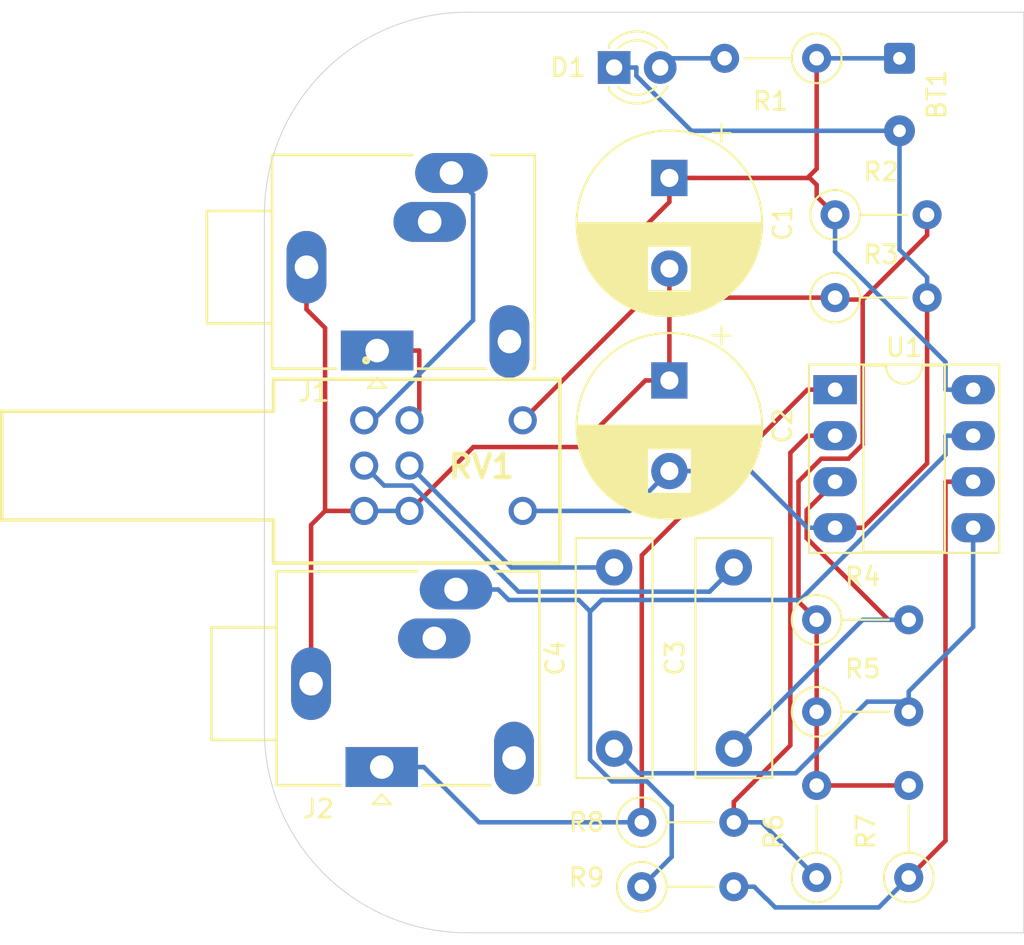
<source format=kicad_pcb>
(kicad_pcb (version 20171130) (host pcbnew "(5.1.6)-1")

  (general
    (thickness 1.6)
    (drawings 6)
    (tracks 131)
    (zones 0)
    (modules 19)
    (nets 15)
  )

  (page A4)
  (layers
    (0 F.Cu signal)
    (31 B.Cu signal)
    (33 F.Adhes user)
    (35 F.Paste user)
    (37 F.SilkS user)
    (38 B.Mask user)
    (39 F.Mask user)
    (40 Dwgs.User user)
    (41 Cmts.User user)
    (42 Eco1.User user)
    (43 Eco2.User user)
    (44 Edge.Cuts user)
    (45 Margin user)
    (46 B.CrtYd user)
    (47 F.CrtYd user)
    (49 F.Fab user)
  )

  (setup
    (last_trace_width 0.25)
    (trace_clearance 0.2)
    (zone_clearance 0.508)
    (zone_45_only no)
    (trace_min 0.2)
    (via_size 0.8)
    (via_drill 0.4)
    (via_min_size 0.4)
    (via_min_drill 0.3)
    (uvia_size 0.3)
    (uvia_drill 0.1)
    (uvias_allowed no)
    (uvia_min_size 0.2)
    (uvia_min_drill 0.1)
    (edge_width 0.05)
    (segment_width 0.2)
    (pcb_text_width 0.3)
    (pcb_text_size 1.5 1.5)
    (mod_edge_width 0.12)
    (mod_text_size 1 1)
    (mod_text_width 0.15)
    (pad_size 1.524 1.524)
    (pad_drill 0.762)
    (pad_to_mask_clearance 0.05)
    (aux_axis_origin 0 0)
    (visible_elements 7FFFFFFF)
    (pcbplotparams
      (layerselection 0x010fc_ffffffff)
      (usegerberextensions false)
      (usegerberattributes true)
      (usegerberadvancedattributes true)
      (creategerberjobfile true)
      (excludeedgelayer true)
      (linewidth 0.100000)
      (plotframeref false)
      (viasonmask false)
      (mode 1)
      (useauxorigin false)
      (hpglpennumber 1)
      (hpglpenspeed 20)
      (hpglpendiameter 15.000000)
      (psnegative false)
      (psa4output false)
      (plotreference true)
      (plotvalue true)
      (plotinvisibletext false)
      (padsonsilk false)
      (subtractmaskfromsilk false)
      (outputformat 1)
      (mirror false)
      (drillshape 1)
      (scaleselection 1)
      (outputdirectory ""))
  )

  (net 0 "")
  (net 1 +9V)
  (net 2 -9V)
  (net 3 V_GND)
  (net 4 "Net-(C3-Pad2)")
  (net 5 "Net-(C3-Pad1)")
  (net 6 "Net-(C4-Pad1)")
  (net 7 "Net-(C4-Pad2)")
  (net 8 "Net-(D1-Pad2)")
  (net 9 "Net-(R6-Pad1)")
  (net 10 "Net-(R7-Pad1)")
  (net 11 "Net-(J1-PadR)")
  (net 12 "Net-(J1-PadT)")
  (net 13 "Net-(J2-PadT)")
  (net 14 "Net-(J2-PadR)")

  (net_class Default "This is the default net class."
    (clearance 0.2)
    (trace_width 0.25)
    (via_dia 0.8)
    (via_drill 0.4)
    (uvia_dia 0.3)
    (uvia_drill 0.1)
    (add_net +9V)
    (add_net -9V)
    (add_net "Net-(C3-Pad1)")
    (add_net "Net-(C3-Pad2)")
    (add_net "Net-(C4-Pad1)")
    (add_net "Net-(C4-Pad2)")
    (add_net "Net-(D1-Pad2)")
    (add_net "Net-(J1-PadR)")
    (add_net "Net-(J1-PadT)")
    (add_net "Net-(J2-PadR)")
    (add_net "Net-(J2-PadT)")
    (add_net "Net-(R6-Pad1)")
    (add_net "Net-(R7-Pad1)")
    (add_net V_GND)
  )

  (module Connector_Wire:SolderWire-0.15sqmm_1x02_P4mm_D0.5mm_OD1.5mm (layer F.Cu) (tedit 5EB70B42) (tstamp 5ED5FE76)
    (at 149.352 27.94 270)
    (descr "Soldered wire connection, for 2 times 0.15 mm² wires, basic insulation, conductor diameter 0.5mm, outer diameter 1.5mm, size source Multi-Contact FLEXI-E 0.15 (https://ec.staubli.com/AcroFiles/Catalogues/TM_Cab-Main-11014119_(en)_hi.pdf), bend radius 3 times outer diameter, generated with kicad-footprint-generator")
    (tags "connector wire 0.15sqmm")
    (path /5EDB5450)
    (attr virtual)
    (fp_text reference BT1 (at 2 -2.05 90) (layer F.SilkS)
      (effects (font (size 1 1) (thickness 0.15)))
    )
    (fp_text value 18V (at 2 2.05 90) (layer F.Fab)
      (effects (font (size 1 1) (thickness 0.15)))
    )
    (fp_circle (center 0 0) (end 0.75 0) (layer F.Fab) (width 0.1))
    (fp_circle (center 4 0) (end 4.75 0) (layer F.Fab) (width 0.1))
    (fp_line (start -1.5 -1.35) (end -1.5 1.35) (layer F.CrtYd) (width 0.05))
    (fp_line (start -1.5 1.35) (end 1.5 1.35) (layer F.CrtYd) (width 0.05))
    (fp_line (start 1.5 1.35) (end 1.5 -1.35) (layer F.CrtYd) (width 0.05))
    (fp_line (start 1.5 -1.35) (end -1.5 -1.35) (layer F.CrtYd) (width 0.05))
    (fp_line (start 2.5 -1.35) (end 2.5 1.35) (layer F.CrtYd) (width 0.05))
    (fp_line (start 2.5 1.35) (end 5.5 1.35) (layer F.CrtYd) (width 0.05))
    (fp_line (start 5.5 1.35) (end 5.5 -1.35) (layer F.CrtYd) (width 0.05))
    (fp_line (start 5.5 -1.35) (end 2.5 -1.35) (layer F.CrtYd) (width 0.05))
    (fp_text user %R (at 2 0 180) (layer F.Fab)
      (effects (font (size 0.68 0.68) (thickness 0.1)))
    )
    (pad 1 thru_hole roundrect (at 0 0 270) (size 1.7 1.7) (drill 0.7) (layers *.Cu *.Mask) (roundrect_rratio 0.147059)
      (net 1 +9V))
    (pad 2 thru_hole circle (at 4 0 270) (size 1.7 1.7) (drill 0.7) (layers *.Cu *.Mask)
      (net 2 -9V))
    (model ${KISYS3DMOD}/Connector_Wire.3dshapes/SolderWire-0.15sqmm_1x02_P4mm_D0.5mm_OD1.5mm.wrl
      (at (xyz 0 0 0))
      (scale (xyz 1 1 1))
      (rotate (xyz 0 0 0))
    )
  )

  (module Capacitor_THT:CP_Radial_D10.0mm_P5.00mm (layer F.Cu) (tedit 5AE50EF1) (tstamp 5ED5FF42)
    (at 136.652 34.544 270)
    (descr "CP, Radial series, Radial, pin pitch=5.00mm, , diameter=10mm, Electrolytic Capacitor")
    (tags "CP Radial series Radial pin pitch 5.00mm  diameter 10mm Electrolytic Capacitor")
    (path /5ED0B3B0)
    (fp_text reference C1 (at 2.5 -6.25 90) (layer F.SilkS)
      (effects (font (size 1 1) (thickness 0.15)))
    )
    (fp_text value 220uF (at 2.5 6.25 90) (layer F.Fab)
      (effects (font (size 1 1) (thickness 0.15)))
    )
    (fp_line (start -2.479646 -3.375) (end -2.479646 -2.375) (layer F.SilkS) (width 0.12))
    (fp_line (start -2.979646 -2.875) (end -1.979646 -2.875) (layer F.SilkS) (width 0.12))
    (fp_line (start 7.581 -0.599) (end 7.581 0.599) (layer F.SilkS) (width 0.12))
    (fp_line (start 7.541 -0.862) (end 7.541 0.862) (layer F.SilkS) (width 0.12))
    (fp_line (start 7.501 -1.062) (end 7.501 1.062) (layer F.SilkS) (width 0.12))
    (fp_line (start 7.461 -1.23) (end 7.461 1.23) (layer F.SilkS) (width 0.12))
    (fp_line (start 7.421 -1.378) (end 7.421 1.378) (layer F.SilkS) (width 0.12))
    (fp_line (start 7.381 -1.51) (end 7.381 1.51) (layer F.SilkS) (width 0.12))
    (fp_line (start 7.341 -1.63) (end 7.341 1.63) (layer F.SilkS) (width 0.12))
    (fp_line (start 7.301 -1.742) (end 7.301 1.742) (layer F.SilkS) (width 0.12))
    (fp_line (start 7.261 -1.846) (end 7.261 1.846) (layer F.SilkS) (width 0.12))
    (fp_line (start 7.221 -1.944) (end 7.221 1.944) (layer F.SilkS) (width 0.12))
    (fp_line (start 7.181 -2.037) (end 7.181 2.037) (layer F.SilkS) (width 0.12))
    (fp_line (start 7.141 -2.125) (end 7.141 2.125) (layer F.SilkS) (width 0.12))
    (fp_line (start 7.101 -2.209) (end 7.101 2.209) (layer F.SilkS) (width 0.12))
    (fp_line (start 7.061 -2.289) (end 7.061 2.289) (layer F.SilkS) (width 0.12))
    (fp_line (start 7.021 -2.365) (end 7.021 2.365) (layer F.SilkS) (width 0.12))
    (fp_line (start 6.981 -2.439) (end 6.981 2.439) (layer F.SilkS) (width 0.12))
    (fp_line (start 6.941 -2.51) (end 6.941 2.51) (layer F.SilkS) (width 0.12))
    (fp_line (start 6.901 -2.579) (end 6.901 2.579) (layer F.SilkS) (width 0.12))
    (fp_line (start 6.861 -2.645) (end 6.861 2.645) (layer F.SilkS) (width 0.12))
    (fp_line (start 6.821 -2.709) (end 6.821 2.709) (layer F.SilkS) (width 0.12))
    (fp_line (start 6.781 -2.77) (end 6.781 2.77) (layer F.SilkS) (width 0.12))
    (fp_line (start 6.741 -2.83) (end 6.741 2.83) (layer F.SilkS) (width 0.12))
    (fp_line (start 6.701 -2.889) (end 6.701 2.889) (layer F.SilkS) (width 0.12))
    (fp_line (start 6.661 -2.945) (end 6.661 2.945) (layer F.SilkS) (width 0.12))
    (fp_line (start 6.621 -3) (end 6.621 3) (layer F.SilkS) (width 0.12))
    (fp_line (start 6.581 -3.054) (end 6.581 3.054) (layer F.SilkS) (width 0.12))
    (fp_line (start 6.541 -3.106) (end 6.541 3.106) (layer F.SilkS) (width 0.12))
    (fp_line (start 6.501 -3.156) (end 6.501 3.156) (layer F.SilkS) (width 0.12))
    (fp_line (start 6.461 -3.206) (end 6.461 3.206) (layer F.SilkS) (width 0.12))
    (fp_line (start 6.421 -3.254) (end 6.421 3.254) (layer F.SilkS) (width 0.12))
    (fp_line (start 6.381 -3.301) (end 6.381 3.301) (layer F.SilkS) (width 0.12))
    (fp_line (start 6.341 -3.347) (end 6.341 3.347) (layer F.SilkS) (width 0.12))
    (fp_line (start 6.301 -3.392) (end 6.301 3.392) (layer F.SilkS) (width 0.12))
    (fp_line (start 6.261 -3.436) (end 6.261 3.436) (layer F.SilkS) (width 0.12))
    (fp_line (start 6.221 1.241) (end 6.221 3.478) (layer F.SilkS) (width 0.12))
    (fp_line (start 6.221 -3.478) (end 6.221 -1.241) (layer F.SilkS) (width 0.12))
    (fp_line (start 6.181 1.241) (end 6.181 3.52) (layer F.SilkS) (width 0.12))
    (fp_line (start 6.181 -3.52) (end 6.181 -1.241) (layer F.SilkS) (width 0.12))
    (fp_line (start 6.141 1.241) (end 6.141 3.561) (layer F.SilkS) (width 0.12))
    (fp_line (start 6.141 -3.561) (end 6.141 -1.241) (layer F.SilkS) (width 0.12))
    (fp_line (start 6.101 1.241) (end 6.101 3.601) (layer F.SilkS) (width 0.12))
    (fp_line (start 6.101 -3.601) (end 6.101 -1.241) (layer F.SilkS) (width 0.12))
    (fp_line (start 6.061 1.241) (end 6.061 3.64) (layer F.SilkS) (width 0.12))
    (fp_line (start 6.061 -3.64) (end 6.061 -1.241) (layer F.SilkS) (width 0.12))
    (fp_line (start 6.021 1.241) (end 6.021 3.679) (layer F.SilkS) (width 0.12))
    (fp_line (start 6.021 -3.679) (end 6.021 -1.241) (layer F.SilkS) (width 0.12))
    (fp_line (start 5.981 1.241) (end 5.981 3.716) (layer F.SilkS) (width 0.12))
    (fp_line (start 5.981 -3.716) (end 5.981 -1.241) (layer F.SilkS) (width 0.12))
    (fp_line (start 5.941 1.241) (end 5.941 3.753) (layer F.SilkS) (width 0.12))
    (fp_line (start 5.941 -3.753) (end 5.941 -1.241) (layer F.SilkS) (width 0.12))
    (fp_line (start 5.901 1.241) (end 5.901 3.789) (layer F.SilkS) (width 0.12))
    (fp_line (start 5.901 -3.789) (end 5.901 -1.241) (layer F.SilkS) (width 0.12))
    (fp_line (start 5.861 1.241) (end 5.861 3.824) (layer F.SilkS) (width 0.12))
    (fp_line (start 5.861 -3.824) (end 5.861 -1.241) (layer F.SilkS) (width 0.12))
    (fp_line (start 5.821 1.241) (end 5.821 3.858) (layer F.SilkS) (width 0.12))
    (fp_line (start 5.821 -3.858) (end 5.821 -1.241) (layer F.SilkS) (width 0.12))
    (fp_line (start 5.781 1.241) (end 5.781 3.892) (layer F.SilkS) (width 0.12))
    (fp_line (start 5.781 -3.892) (end 5.781 -1.241) (layer F.SilkS) (width 0.12))
    (fp_line (start 5.741 1.241) (end 5.741 3.925) (layer F.SilkS) (width 0.12))
    (fp_line (start 5.741 -3.925) (end 5.741 -1.241) (layer F.SilkS) (width 0.12))
    (fp_line (start 5.701 1.241) (end 5.701 3.957) (layer F.SilkS) (width 0.12))
    (fp_line (start 5.701 -3.957) (end 5.701 -1.241) (layer F.SilkS) (width 0.12))
    (fp_line (start 5.661 1.241) (end 5.661 3.989) (layer F.SilkS) (width 0.12))
    (fp_line (start 5.661 -3.989) (end 5.661 -1.241) (layer F.SilkS) (width 0.12))
    (fp_line (start 5.621 1.241) (end 5.621 4.02) (layer F.SilkS) (width 0.12))
    (fp_line (start 5.621 -4.02) (end 5.621 -1.241) (layer F.SilkS) (width 0.12))
    (fp_line (start 5.581 1.241) (end 5.581 4.05) (layer F.SilkS) (width 0.12))
    (fp_line (start 5.581 -4.05) (end 5.581 -1.241) (layer F.SilkS) (width 0.12))
    (fp_line (start 5.541 1.241) (end 5.541 4.08) (layer F.SilkS) (width 0.12))
    (fp_line (start 5.541 -4.08) (end 5.541 -1.241) (layer F.SilkS) (width 0.12))
    (fp_line (start 5.501 1.241) (end 5.501 4.11) (layer F.SilkS) (width 0.12))
    (fp_line (start 5.501 -4.11) (end 5.501 -1.241) (layer F.SilkS) (width 0.12))
    (fp_line (start 5.461 1.241) (end 5.461 4.138) (layer F.SilkS) (width 0.12))
    (fp_line (start 5.461 -4.138) (end 5.461 -1.241) (layer F.SilkS) (width 0.12))
    (fp_line (start 5.421 1.241) (end 5.421 4.166) (layer F.SilkS) (width 0.12))
    (fp_line (start 5.421 -4.166) (end 5.421 -1.241) (layer F.SilkS) (width 0.12))
    (fp_line (start 5.381 1.241) (end 5.381 4.194) (layer F.SilkS) (width 0.12))
    (fp_line (start 5.381 -4.194) (end 5.381 -1.241) (layer F.SilkS) (width 0.12))
    (fp_line (start 5.341 1.241) (end 5.341 4.221) (layer F.SilkS) (width 0.12))
    (fp_line (start 5.341 -4.221) (end 5.341 -1.241) (layer F.SilkS) (width 0.12))
    (fp_line (start 5.301 1.241) (end 5.301 4.247) (layer F.SilkS) (width 0.12))
    (fp_line (start 5.301 -4.247) (end 5.301 -1.241) (layer F.SilkS) (width 0.12))
    (fp_line (start 5.261 1.241) (end 5.261 4.273) (layer F.SilkS) (width 0.12))
    (fp_line (start 5.261 -4.273) (end 5.261 -1.241) (layer F.SilkS) (width 0.12))
    (fp_line (start 5.221 1.241) (end 5.221 4.298) (layer F.SilkS) (width 0.12))
    (fp_line (start 5.221 -4.298) (end 5.221 -1.241) (layer F.SilkS) (width 0.12))
    (fp_line (start 5.181 1.241) (end 5.181 4.323) (layer F.SilkS) (width 0.12))
    (fp_line (start 5.181 -4.323) (end 5.181 -1.241) (layer F.SilkS) (width 0.12))
    (fp_line (start 5.141 1.241) (end 5.141 4.347) (layer F.SilkS) (width 0.12))
    (fp_line (start 5.141 -4.347) (end 5.141 -1.241) (layer F.SilkS) (width 0.12))
    (fp_line (start 5.101 1.241) (end 5.101 4.371) (layer F.SilkS) (width 0.12))
    (fp_line (start 5.101 -4.371) (end 5.101 -1.241) (layer F.SilkS) (width 0.12))
    (fp_line (start 5.061 1.241) (end 5.061 4.395) (layer F.SilkS) (width 0.12))
    (fp_line (start 5.061 -4.395) (end 5.061 -1.241) (layer F.SilkS) (width 0.12))
    (fp_line (start 5.021 1.241) (end 5.021 4.417) (layer F.SilkS) (width 0.12))
    (fp_line (start 5.021 -4.417) (end 5.021 -1.241) (layer F.SilkS) (width 0.12))
    (fp_line (start 4.981 1.241) (end 4.981 4.44) (layer F.SilkS) (width 0.12))
    (fp_line (start 4.981 -4.44) (end 4.981 -1.241) (layer F.SilkS) (width 0.12))
    (fp_line (start 4.941 1.241) (end 4.941 4.462) (layer F.SilkS) (width 0.12))
    (fp_line (start 4.941 -4.462) (end 4.941 -1.241) (layer F.SilkS) (width 0.12))
    (fp_line (start 4.901 1.241) (end 4.901 4.483) (layer F.SilkS) (width 0.12))
    (fp_line (start 4.901 -4.483) (end 4.901 -1.241) (layer F.SilkS) (width 0.12))
    (fp_line (start 4.861 1.241) (end 4.861 4.504) (layer F.SilkS) (width 0.12))
    (fp_line (start 4.861 -4.504) (end 4.861 -1.241) (layer F.SilkS) (width 0.12))
    (fp_line (start 4.821 1.241) (end 4.821 4.525) (layer F.SilkS) (width 0.12))
    (fp_line (start 4.821 -4.525) (end 4.821 -1.241) (layer F.SilkS) (width 0.12))
    (fp_line (start 4.781 1.241) (end 4.781 4.545) (layer F.SilkS) (width 0.12))
    (fp_line (start 4.781 -4.545) (end 4.781 -1.241) (layer F.SilkS) (width 0.12))
    (fp_line (start 4.741 1.241) (end 4.741 4.564) (layer F.SilkS) (width 0.12))
    (fp_line (start 4.741 -4.564) (end 4.741 -1.241) (layer F.SilkS) (width 0.12))
    (fp_line (start 4.701 1.241) (end 4.701 4.584) (layer F.SilkS) (width 0.12))
    (fp_line (start 4.701 -4.584) (end 4.701 -1.241) (layer F.SilkS) (width 0.12))
    (fp_line (start 4.661 1.241) (end 4.661 4.603) (layer F.SilkS) (width 0.12))
    (fp_line (start 4.661 -4.603) (end 4.661 -1.241) (layer F.SilkS) (width 0.12))
    (fp_line (start 4.621 1.241) (end 4.621 4.621) (layer F.SilkS) (width 0.12))
    (fp_line (start 4.621 -4.621) (end 4.621 -1.241) (layer F.SilkS) (width 0.12))
    (fp_line (start 4.581 1.241) (end 4.581 4.639) (layer F.SilkS) (width 0.12))
    (fp_line (start 4.581 -4.639) (end 4.581 -1.241) (layer F.SilkS) (width 0.12))
    (fp_line (start 4.541 1.241) (end 4.541 4.657) (layer F.SilkS) (width 0.12))
    (fp_line (start 4.541 -4.657) (end 4.541 -1.241) (layer F.SilkS) (width 0.12))
    (fp_line (start 4.501 1.241) (end 4.501 4.674) (layer F.SilkS) (width 0.12))
    (fp_line (start 4.501 -4.674) (end 4.501 -1.241) (layer F.SilkS) (width 0.12))
    (fp_line (start 4.461 1.241) (end 4.461 4.69) (layer F.SilkS) (width 0.12))
    (fp_line (start 4.461 -4.69) (end 4.461 -1.241) (layer F.SilkS) (width 0.12))
    (fp_line (start 4.421 1.241) (end 4.421 4.707) (layer F.SilkS) (width 0.12))
    (fp_line (start 4.421 -4.707) (end 4.421 -1.241) (layer F.SilkS) (width 0.12))
    (fp_line (start 4.381 1.241) (end 4.381 4.723) (layer F.SilkS) (width 0.12))
    (fp_line (start 4.381 -4.723) (end 4.381 -1.241) (layer F.SilkS) (width 0.12))
    (fp_line (start 4.341 1.241) (end 4.341 4.738) (layer F.SilkS) (width 0.12))
    (fp_line (start 4.341 -4.738) (end 4.341 -1.241) (layer F.SilkS) (width 0.12))
    (fp_line (start 4.301 1.241) (end 4.301 4.754) (layer F.SilkS) (width 0.12))
    (fp_line (start 4.301 -4.754) (end 4.301 -1.241) (layer F.SilkS) (width 0.12))
    (fp_line (start 4.261 1.241) (end 4.261 4.768) (layer F.SilkS) (width 0.12))
    (fp_line (start 4.261 -4.768) (end 4.261 -1.241) (layer F.SilkS) (width 0.12))
    (fp_line (start 4.221 1.241) (end 4.221 4.783) (layer F.SilkS) (width 0.12))
    (fp_line (start 4.221 -4.783) (end 4.221 -1.241) (layer F.SilkS) (width 0.12))
    (fp_line (start 4.181 1.241) (end 4.181 4.797) (layer F.SilkS) (width 0.12))
    (fp_line (start 4.181 -4.797) (end 4.181 -1.241) (layer F.SilkS) (width 0.12))
    (fp_line (start 4.141 1.241) (end 4.141 4.811) (layer F.SilkS) (width 0.12))
    (fp_line (start 4.141 -4.811) (end 4.141 -1.241) (layer F.SilkS) (width 0.12))
    (fp_line (start 4.101 1.241) (end 4.101 4.824) (layer F.SilkS) (width 0.12))
    (fp_line (start 4.101 -4.824) (end 4.101 -1.241) (layer F.SilkS) (width 0.12))
    (fp_line (start 4.061 1.241) (end 4.061 4.837) (layer F.SilkS) (width 0.12))
    (fp_line (start 4.061 -4.837) (end 4.061 -1.241) (layer F.SilkS) (width 0.12))
    (fp_line (start 4.021 1.241) (end 4.021 4.85) (layer F.SilkS) (width 0.12))
    (fp_line (start 4.021 -4.85) (end 4.021 -1.241) (layer F.SilkS) (width 0.12))
    (fp_line (start 3.981 1.241) (end 3.981 4.862) (layer F.SilkS) (width 0.12))
    (fp_line (start 3.981 -4.862) (end 3.981 -1.241) (layer F.SilkS) (width 0.12))
    (fp_line (start 3.941 1.241) (end 3.941 4.874) (layer F.SilkS) (width 0.12))
    (fp_line (start 3.941 -4.874) (end 3.941 -1.241) (layer F.SilkS) (width 0.12))
    (fp_line (start 3.901 1.241) (end 3.901 4.885) (layer F.SilkS) (width 0.12))
    (fp_line (start 3.901 -4.885) (end 3.901 -1.241) (layer F.SilkS) (width 0.12))
    (fp_line (start 3.861 1.241) (end 3.861 4.897) (layer F.SilkS) (width 0.12))
    (fp_line (start 3.861 -4.897) (end 3.861 -1.241) (layer F.SilkS) (width 0.12))
    (fp_line (start 3.821 1.241) (end 3.821 4.907) (layer F.SilkS) (width 0.12))
    (fp_line (start 3.821 -4.907) (end 3.821 -1.241) (layer F.SilkS) (width 0.12))
    (fp_line (start 3.781 1.241) (end 3.781 4.918) (layer F.SilkS) (width 0.12))
    (fp_line (start 3.781 -4.918) (end 3.781 -1.241) (layer F.SilkS) (width 0.12))
    (fp_line (start 3.741 -4.928) (end 3.741 4.928) (layer F.SilkS) (width 0.12))
    (fp_line (start 3.701 -4.938) (end 3.701 4.938) (layer F.SilkS) (width 0.12))
    (fp_line (start 3.661 -4.947) (end 3.661 4.947) (layer F.SilkS) (width 0.12))
    (fp_line (start 3.621 -4.956) (end 3.621 4.956) (layer F.SilkS) (width 0.12))
    (fp_line (start 3.581 -4.965) (end 3.581 4.965) (layer F.SilkS) (width 0.12))
    (fp_line (start 3.541 -4.974) (end 3.541 4.974) (layer F.SilkS) (width 0.12))
    (fp_line (start 3.501 -4.982) (end 3.501 4.982) (layer F.SilkS) (width 0.12))
    (fp_line (start 3.461 -4.99) (end 3.461 4.99) (layer F.SilkS) (width 0.12))
    (fp_line (start 3.421 -4.997) (end 3.421 4.997) (layer F.SilkS) (width 0.12))
    (fp_line (start 3.381 -5.004) (end 3.381 5.004) (layer F.SilkS) (width 0.12))
    (fp_line (start 3.341 -5.011) (end 3.341 5.011) (layer F.SilkS) (width 0.12))
    (fp_line (start 3.301 -5.018) (end 3.301 5.018) (layer F.SilkS) (width 0.12))
    (fp_line (start 3.261 -5.024) (end 3.261 5.024) (layer F.SilkS) (width 0.12))
    (fp_line (start 3.221 -5.03) (end 3.221 5.03) (layer F.SilkS) (width 0.12))
    (fp_line (start 3.18 -5.035) (end 3.18 5.035) (layer F.SilkS) (width 0.12))
    (fp_line (start 3.14 -5.04) (end 3.14 5.04) (layer F.SilkS) (width 0.12))
    (fp_line (start 3.1 -5.045) (end 3.1 5.045) (layer F.SilkS) (width 0.12))
    (fp_line (start 3.06 -5.05) (end 3.06 5.05) (layer F.SilkS) (width 0.12))
    (fp_line (start 3.02 -5.054) (end 3.02 5.054) (layer F.SilkS) (width 0.12))
    (fp_line (start 2.98 -5.058) (end 2.98 5.058) (layer F.SilkS) (width 0.12))
    (fp_line (start 2.94 -5.062) (end 2.94 5.062) (layer F.SilkS) (width 0.12))
    (fp_line (start 2.9 -5.065) (end 2.9 5.065) (layer F.SilkS) (width 0.12))
    (fp_line (start 2.86 -5.068) (end 2.86 5.068) (layer F.SilkS) (width 0.12))
    (fp_line (start 2.82 -5.07) (end 2.82 5.07) (layer F.SilkS) (width 0.12))
    (fp_line (start 2.78 -5.073) (end 2.78 5.073) (layer F.SilkS) (width 0.12))
    (fp_line (start 2.74 -5.075) (end 2.74 5.075) (layer F.SilkS) (width 0.12))
    (fp_line (start 2.7 -5.077) (end 2.7 5.077) (layer F.SilkS) (width 0.12))
    (fp_line (start 2.66 -5.078) (end 2.66 5.078) (layer F.SilkS) (width 0.12))
    (fp_line (start 2.62 -5.079) (end 2.62 5.079) (layer F.SilkS) (width 0.12))
    (fp_line (start 2.58 -5.08) (end 2.58 5.08) (layer F.SilkS) (width 0.12))
    (fp_line (start 2.54 -5.08) (end 2.54 5.08) (layer F.SilkS) (width 0.12))
    (fp_line (start 2.5 -5.08) (end 2.5 5.08) (layer F.SilkS) (width 0.12))
    (fp_line (start -1.288861 -2.6875) (end -1.288861 -1.6875) (layer F.Fab) (width 0.1))
    (fp_line (start -1.788861 -2.1875) (end -0.788861 -2.1875) (layer F.Fab) (width 0.1))
    (fp_circle (center 2.5 0) (end 7.75 0) (layer F.CrtYd) (width 0.05))
    (fp_circle (center 2.5 0) (end 7.62 0) (layer F.SilkS) (width 0.12))
    (fp_circle (center 2.5 0) (end 7.5 0) (layer F.Fab) (width 0.1))
    (fp_text user %R (at 2.5 0 90) (layer F.Fab)
      (effects (font (size 1 1) (thickness 0.15)))
    )
    (pad 2 thru_hole circle (at 5 0 270) (size 2 2) (drill 1) (layers *.Cu *.Mask)
      (net 3 V_GND))
    (pad 1 thru_hole rect (at 0 0 270) (size 2 2) (drill 1) (layers *.Cu *.Mask)
      (net 1 +9V))
    (model ${KISYS3DMOD}/Capacitor_THT.3dshapes/CP_Radial_D10.0mm_P5.00mm.wrl
      (at (xyz 0 0 0))
      (scale (xyz 1 1 1))
      (rotate (xyz 0 0 0))
    )
  )

  (module Capacitor_THT:CP_Radial_D10.0mm_P5.00mm (layer F.Cu) (tedit 5AE50EF1) (tstamp 5ED6000E)
    (at 136.652 45.72 270)
    (descr "CP, Radial series, Radial, pin pitch=5.00mm, , diameter=10mm, Electrolytic Capacitor")
    (tags "CP Radial series Radial pin pitch 5.00mm  diameter 10mm Electrolytic Capacitor")
    (path /5ED0BA56)
    (fp_text reference C2 (at 2.5 -6.25 90) (layer F.SilkS)
      (effects (font (size 1 1) (thickness 0.15)))
    )
    (fp_text value 220uF (at 2.5 6.25 90) (layer F.Fab)
      (effects (font (size 1 1) (thickness 0.15)))
    )
    (fp_circle (center 2.5 0) (end 7.5 0) (layer F.Fab) (width 0.1))
    (fp_circle (center 2.5 0) (end 7.62 0) (layer F.SilkS) (width 0.12))
    (fp_circle (center 2.5 0) (end 7.75 0) (layer F.CrtYd) (width 0.05))
    (fp_line (start -1.788861 -2.1875) (end -0.788861 -2.1875) (layer F.Fab) (width 0.1))
    (fp_line (start -1.288861 -2.6875) (end -1.288861 -1.6875) (layer F.Fab) (width 0.1))
    (fp_line (start 2.5 -5.08) (end 2.5 5.08) (layer F.SilkS) (width 0.12))
    (fp_line (start 2.54 -5.08) (end 2.54 5.08) (layer F.SilkS) (width 0.12))
    (fp_line (start 2.58 -5.08) (end 2.58 5.08) (layer F.SilkS) (width 0.12))
    (fp_line (start 2.62 -5.079) (end 2.62 5.079) (layer F.SilkS) (width 0.12))
    (fp_line (start 2.66 -5.078) (end 2.66 5.078) (layer F.SilkS) (width 0.12))
    (fp_line (start 2.7 -5.077) (end 2.7 5.077) (layer F.SilkS) (width 0.12))
    (fp_line (start 2.74 -5.075) (end 2.74 5.075) (layer F.SilkS) (width 0.12))
    (fp_line (start 2.78 -5.073) (end 2.78 5.073) (layer F.SilkS) (width 0.12))
    (fp_line (start 2.82 -5.07) (end 2.82 5.07) (layer F.SilkS) (width 0.12))
    (fp_line (start 2.86 -5.068) (end 2.86 5.068) (layer F.SilkS) (width 0.12))
    (fp_line (start 2.9 -5.065) (end 2.9 5.065) (layer F.SilkS) (width 0.12))
    (fp_line (start 2.94 -5.062) (end 2.94 5.062) (layer F.SilkS) (width 0.12))
    (fp_line (start 2.98 -5.058) (end 2.98 5.058) (layer F.SilkS) (width 0.12))
    (fp_line (start 3.02 -5.054) (end 3.02 5.054) (layer F.SilkS) (width 0.12))
    (fp_line (start 3.06 -5.05) (end 3.06 5.05) (layer F.SilkS) (width 0.12))
    (fp_line (start 3.1 -5.045) (end 3.1 5.045) (layer F.SilkS) (width 0.12))
    (fp_line (start 3.14 -5.04) (end 3.14 5.04) (layer F.SilkS) (width 0.12))
    (fp_line (start 3.18 -5.035) (end 3.18 5.035) (layer F.SilkS) (width 0.12))
    (fp_line (start 3.221 -5.03) (end 3.221 5.03) (layer F.SilkS) (width 0.12))
    (fp_line (start 3.261 -5.024) (end 3.261 5.024) (layer F.SilkS) (width 0.12))
    (fp_line (start 3.301 -5.018) (end 3.301 5.018) (layer F.SilkS) (width 0.12))
    (fp_line (start 3.341 -5.011) (end 3.341 5.011) (layer F.SilkS) (width 0.12))
    (fp_line (start 3.381 -5.004) (end 3.381 5.004) (layer F.SilkS) (width 0.12))
    (fp_line (start 3.421 -4.997) (end 3.421 4.997) (layer F.SilkS) (width 0.12))
    (fp_line (start 3.461 -4.99) (end 3.461 4.99) (layer F.SilkS) (width 0.12))
    (fp_line (start 3.501 -4.982) (end 3.501 4.982) (layer F.SilkS) (width 0.12))
    (fp_line (start 3.541 -4.974) (end 3.541 4.974) (layer F.SilkS) (width 0.12))
    (fp_line (start 3.581 -4.965) (end 3.581 4.965) (layer F.SilkS) (width 0.12))
    (fp_line (start 3.621 -4.956) (end 3.621 4.956) (layer F.SilkS) (width 0.12))
    (fp_line (start 3.661 -4.947) (end 3.661 4.947) (layer F.SilkS) (width 0.12))
    (fp_line (start 3.701 -4.938) (end 3.701 4.938) (layer F.SilkS) (width 0.12))
    (fp_line (start 3.741 -4.928) (end 3.741 4.928) (layer F.SilkS) (width 0.12))
    (fp_line (start 3.781 -4.918) (end 3.781 -1.241) (layer F.SilkS) (width 0.12))
    (fp_line (start 3.781 1.241) (end 3.781 4.918) (layer F.SilkS) (width 0.12))
    (fp_line (start 3.821 -4.907) (end 3.821 -1.241) (layer F.SilkS) (width 0.12))
    (fp_line (start 3.821 1.241) (end 3.821 4.907) (layer F.SilkS) (width 0.12))
    (fp_line (start 3.861 -4.897) (end 3.861 -1.241) (layer F.SilkS) (width 0.12))
    (fp_line (start 3.861 1.241) (end 3.861 4.897) (layer F.SilkS) (width 0.12))
    (fp_line (start 3.901 -4.885) (end 3.901 -1.241) (layer F.SilkS) (width 0.12))
    (fp_line (start 3.901 1.241) (end 3.901 4.885) (layer F.SilkS) (width 0.12))
    (fp_line (start 3.941 -4.874) (end 3.941 -1.241) (layer F.SilkS) (width 0.12))
    (fp_line (start 3.941 1.241) (end 3.941 4.874) (layer F.SilkS) (width 0.12))
    (fp_line (start 3.981 -4.862) (end 3.981 -1.241) (layer F.SilkS) (width 0.12))
    (fp_line (start 3.981 1.241) (end 3.981 4.862) (layer F.SilkS) (width 0.12))
    (fp_line (start 4.021 -4.85) (end 4.021 -1.241) (layer F.SilkS) (width 0.12))
    (fp_line (start 4.021 1.241) (end 4.021 4.85) (layer F.SilkS) (width 0.12))
    (fp_line (start 4.061 -4.837) (end 4.061 -1.241) (layer F.SilkS) (width 0.12))
    (fp_line (start 4.061 1.241) (end 4.061 4.837) (layer F.SilkS) (width 0.12))
    (fp_line (start 4.101 -4.824) (end 4.101 -1.241) (layer F.SilkS) (width 0.12))
    (fp_line (start 4.101 1.241) (end 4.101 4.824) (layer F.SilkS) (width 0.12))
    (fp_line (start 4.141 -4.811) (end 4.141 -1.241) (layer F.SilkS) (width 0.12))
    (fp_line (start 4.141 1.241) (end 4.141 4.811) (layer F.SilkS) (width 0.12))
    (fp_line (start 4.181 -4.797) (end 4.181 -1.241) (layer F.SilkS) (width 0.12))
    (fp_line (start 4.181 1.241) (end 4.181 4.797) (layer F.SilkS) (width 0.12))
    (fp_line (start 4.221 -4.783) (end 4.221 -1.241) (layer F.SilkS) (width 0.12))
    (fp_line (start 4.221 1.241) (end 4.221 4.783) (layer F.SilkS) (width 0.12))
    (fp_line (start 4.261 -4.768) (end 4.261 -1.241) (layer F.SilkS) (width 0.12))
    (fp_line (start 4.261 1.241) (end 4.261 4.768) (layer F.SilkS) (width 0.12))
    (fp_line (start 4.301 -4.754) (end 4.301 -1.241) (layer F.SilkS) (width 0.12))
    (fp_line (start 4.301 1.241) (end 4.301 4.754) (layer F.SilkS) (width 0.12))
    (fp_line (start 4.341 -4.738) (end 4.341 -1.241) (layer F.SilkS) (width 0.12))
    (fp_line (start 4.341 1.241) (end 4.341 4.738) (layer F.SilkS) (width 0.12))
    (fp_line (start 4.381 -4.723) (end 4.381 -1.241) (layer F.SilkS) (width 0.12))
    (fp_line (start 4.381 1.241) (end 4.381 4.723) (layer F.SilkS) (width 0.12))
    (fp_line (start 4.421 -4.707) (end 4.421 -1.241) (layer F.SilkS) (width 0.12))
    (fp_line (start 4.421 1.241) (end 4.421 4.707) (layer F.SilkS) (width 0.12))
    (fp_line (start 4.461 -4.69) (end 4.461 -1.241) (layer F.SilkS) (width 0.12))
    (fp_line (start 4.461 1.241) (end 4.461 4.69) (layer F.SilkS) (width 0.12))
    (fp_line (start 4.501 -4.674) (end 4.501 -1.241) (layer F.SilkS) (width 0.12))
    (fp_line (start 4.501 1.241) (end 4.501 4.674) (layer F.SilkS) (width 0.12))
    (fp_line (start 4.541 -4.657) (end 4.541 -1.241) (layer F.SilkS) (width 0.12))
    (fp_line (start 4.541 1.241) (end 4.541 4.657) (layer F.SilkS) (width 0.12))
    (fp_line (start 4.581 -4.639) (end 4.581 -1.241) (layer F.SilkS) (width 0.12))
    (fp_line (start 4.581 1.241) (end 4.581 4.639) (layer F.SilkS) (width 0.12))
    (fp_line (start 4.621 -4.621) (end 4.621 -1.241) (layer F.SilkS) (width 0.12))
    (fp_line (start 4.621 1.241) (end 4.621 4.621) (layer F.SilkS) (width 0.12))
    (fp_line (start 4.661 -4.603) (end 4.661 -1.241) (layer F.SilkS) (width 0.12))
    (fp_line (start 4.661 1.241) (end 4.661 4.603) (layer F.SilkS) (width 0.12))
    (fp_line (start 4.701 -4.584) (end 4.701 -1.241) (layer F.SilkS) (width 0.12))
    (fp_line (start 4.701 1.241) (end 4.701 4.584) (layer F.SilkS) (width 0.12))
    (fp_line (start 4.741 -4.564) (end 4.741 -1.241) (layer F.SilkS) (width 0.12))
    (fp_line (start 4.741 1.241) (end 4.741 4.564) (layer F.SilkS) (width 0.12))
    (fp_line (start 4.781 -4.545) (end 4.781 -1.241) (layer F.SilkS) (width 0.12))
    (fp_line (start 4.781 1.241) (end 4.781 4.545) (layer F.SilkS) (width 0.12))
    (fp_line (start 4.821 -4.525) (end 4.821 -1.241) (layer F.SilkS) (width 0.12))
    (fp_line (start 4.821 1.241) (end 4.821 4.525) (layer F.SilkS) (width 0.12))
    (fp_line (start 4.861 -4.504) (end 4.861 -1.241) (layer F.SilkS) (width 0.12))
    (fp_line (start 4.861 1.241) (end 4.861 4.504) (layer F.SilkS) (width 0.12))
    (fp_line (start 4.901 -4.483) (end 4.901 -1.241) (layer F.SilkS) (width 0.12))
    (fp_line (start 4.901 1.241) (end 4.901 4.483) (layer F.SilkS) (width 0.12))
    (fp_line (start 4.941 -4.462) (end 4.941 -1.241) (layer F.SilkS) (width 0.12))
    (fp_line (start 4.941 1.241) (end 4.941 4.462) (layer F.SilkS) (width 0.12))
    (fp_line (start 4.981 -4.44) (end 4.981 -1.241) (layer F.SilkS) (width 0.12))
    (fp_line (start 4.981 1.241) (end 4.981 4.44) (layer F.SilkS) (width 0.12))
    (fp_line (start 5.021 -4.417) (end 5.021 -1.241) (layer F.SilkS) (width 0.12))
    (fp_line (start 5.021 1.241) (end 5.021 4.417) (layer F.SilkS) (width 0.12))
    (fp_line (start 5.061 -4.395) (end 5.061 -1.241) (layer F.SilkS) (width 0.12))
    (fp_line (start 5.061 1.241) (end 5.061 4.395) (layer F.SilkS) (width 0.12))
    (fp_line (start 5.101 -4.371) (end 5.101 -1.241) (layer F.SilkS) (width 0.12))
    (fp_line (start 5.101 1.241) (end 5.101 4.371) (layer F.SilkS) (width 0.12))
    (fp_line (start 5.141 -4.347) (end 5.141 -1.241) (layer F.SilkS) (width 0.12))
    (fp_line (start 5.141 1.241) (end 5.141 4.347) (layer F.SilkS) (width 0.12))
    (fp_line (start 5.181 -4.323) (end 5.181 -1.241) (layer F.SilkS) (width 0.12))
    (fp_line (start 5.181 1.241) (end 5.181 4.323) (layer F.SilkS) (width 0.12))
    (fp_line (start 5.221 -4.298) (end 5.221 -1.241) (layer F.SilkS) (width 0.12))
    (fp_line (start 5.221 1.241) (end 5.221 4.298) (layer F.SilkS) (width 0.12))
    (fp_line (start 5.261 -4.273) (end 5.261 -1.241) (layer F.SilkS) (width 0.12))
    (fp_line (start 5.261 1.241) (end 5.261 4.273) (layer F.SilkS) (width 0.12))
    (fp_line (start 5.301 -4.247) (end 5.301 -1.241) (layer F.SilkS) (width 0.12))
    (fp_line (start 5.301 1.241) (end 5.301 4.247) (layer F.SilkS) (width 0.12))
    (fp_line (start 5.341 -4.221) (end 5.341 -1.241) (layer F.SilkS) (width 0.12))
    (fp_line (start 5.341 1.241) (end 5.341 4.221) (layer F.SilkS) (width 0.12))
    (fp_line (start 5.381 -4.194) (end 5.381 -1.241) (layer F.SilkS) (width 0.12))
    (fp_line (start 5.381 1.241) (end 5.381 4.194) (layer F.SilkS) (width 0.12))
    (fp_line (start 5.421 -4.166) (end 5.421 -1.241) (layer F.SilkS) (width 0.12))
    (fp_line (start 5.421 1.241) (end 5.421 4.166) (layer F.SilkS) (width 0.12))
    (fp_line (start 5.461 -4.138) (end 5.461 -1.241) (layer F.SilkS) (width 0.12))
    (fp_line (start 5.461 1.241) (end 5.461 4.138) (layer F.SilkS) (width 0.12))
    (fp_line (start 5.501 -4.11) (end 5.501 -1.241) (layer F.SilkS) (width 0.12))
    (fp_line (start 5.501 1.241) (end 5.501 4.11) (layer F.SilkS) (width 0.12))
    (fp_line (start 5.541 -4.08) (end 5.541 -1.241) (layer F.SilkS) (width 0.12))
    (fp_line (start 5.541 1.241) (end 5.541 4.08) (layer F.SilkS) (width 0.12))
    (fp_line (start 5.581 -4.05) (end 5.581 -1.241) (layer F.SilkS) (width 0.12))
    (fp_line (start 5.581 1.241) (end 5.581 4.05) (layer F.SilkS) (width 0.12))
    (fp_line (start 5.621 -4.02) (end 5.621 -1.241) (layer F.SilkS) (width 0.12))
    (fp_line (start 5.621 1.241) (end 5.621 4.02) (layer F.SilkS) (width 0.12))
    (fp_line (start 5.661 -3.989) (end 5.661 -1.241) (layer F.SilkS) (width 0.12))
    (fp_line (start 5.661 1.241) (end 5.661 3.989) (layer F.SilkS) (width 0.12))
    (fp_line (start 5.701 -3.957) (end 5.701 -1.241) (layer F.SilkS) (width 0.12))
    (fp_line (start 5.701 1.241) (end 5.701 3.957) (layer F.SilkS) (width 0.12))
    (fp_line (start 5.741 -3.925) (end 5.741 -1.241) (layer F.SilkS) (width 0.12))
    (fp_line (start 5.741 1.241) (end 5.741 3.925) (layer F.SilkS) (width 0.12))
    (fp_line (start 5.781 -3.892) (end 5.781 -1.241) (layer F.SilkS) (width 0.12))
    (fp_line (start 5.781 1.241) (end 5.781 3.892) (layer F.SilkS) (width 0.12))
    (fp_line (start 5.821 -3.858) (end 5.821 -1.241) (layer F.SilkS) (width 0.12))
    (fp_line (start 5.821 1.241) (end 5.821 3.858) (layer F.SilkS) (width 0.12))
    (fp_line (start 5.861 -3.824) (end 5.861 -1.241) (layer F.SilkS) (width 0.12))
    (fp_line (start 5.861 1.241) (end 5.861 3.824) (layer F.SilkS) (width 0.12))
    (fp_line (start 5.901 -3.789) (end 5.901 -1.241) (layer F.SilkS) (width 0.12))
    (fp_line (start 5.901 1.241) (end 5.901 3.789) (layer F.SilkS) (width 0.12))
    (fp_line (start 5.941 -3.753) (end 5.941 -1.241) (layer F.SilkS) (width 0.12))
    (fp_line (start 5.941 1.241) (end 5.941 3.753) (layer F.SilkS) (width 0.12))
    (fp_line (start 5.981 -3.716) (end 5.981 -1.241) (layer F.SilkS) (width 0.12))
    (fp_line (start 5.981 1.241) (end 5.981 3.716) (layer F.SilkS) (width 0.12))
    (fp_line (start 6.021 -3.679) (end 6.021 -1.241) (layer F.SilkS) (width 0.12))
    (fp_line (start 6.021 1.241) (end 6.021 3.679) (layer F.SilkS) (width 0.12))
    (fp_line (start 6.061 -3.64) (end 6.061 -1.241) (layer F.SilkS) (width 0.12))
    (fp_line (start 6.061 1.241) (end 6.061 3.64) (layer F.SilkS) (width 0.12))
    (fp_line (start 6.101 -3.601) (end 6.101 -1.241) (layer F.SilkS) (width 0.12))
    (fp_line (start 6.101 1.241) (end 6.101 3.601) (layer F.SilkS) (width 0.12))
    (fp_line (start 6.141 -3.561) (end 6.141 -1.241) (layer F.SilkS) (width 0.12))
    (fp_line (start 6.141 1.241) (end 6.141 3.561) (layer F.SilkS) (width 0.12))
    (fp_line (start 6.181 -3.52) (end 6.181 -1.241) (layer F.SilkS) (width 0.12))
    (fp_line (start 6.181 1.241) (end 6.181 3.52) (layer F.SilkS) (width 0.12))
    (fp_line (start 6.221 -3.478) (end 6.221 -1.241) (layer F.SilkS) (width 0.12))
    (fp_line (start 6.221 1.241) (end 6.221 3.478) (layer F.SilkS) (width 0.12))
    (fp_line (start 6.261 -3.436) (end 6.261 3.436) (layer F.SilkS) (width 0.12))
    (fp_line (start 6.301 -3.392) (end 6.301 3.392) (layer F.SilkS) (width 0.12))
    (fp_line (start 6.341 -3.347) (end 6.341 3.347) (layer F.SilkS) (width 0.12))
    (fp_line (start 6.381 -3.301) (end 6.381 3.301) (layer F.SilkS) (width 0.12))
    (fp_line (start 6.421 -3.254) (end 6.421 3.254) (layer F.SilkS) (width 0.12))
    (fp_line (start 6.461 -3.206) (end 6.461 3.206) (layer F.SilkS) (width 0.12))
    (fp_line (start 6.501 -3.156) (end 6.501 3.156) (layer F.SilkS) (width 0.12))
    (fp_line (start 6.541 -3.106) (end 6.541 3.106) (layer F.SilkS) (width 0.12))
    (fp_line (start 6.581 -3.054) (end 6.581 3.054) (layer F.SilkS) (width 0.12))
    (fp_line (start 6.621 -3) (end 6.621 3) (layer F.SilkS) (width 0.12))
    (fp_line (start 6.661 -2.945) (end 6.661 2.945) (layer F.SilkS) (width 0.12))
    (fp_line (start 6.701 -2.889) (end 6.701 2.889) (layer F.SilkS) (width 0.12))
    (fp_line (start 6.741 -2.83) (end 6.741 2.83) (layer F.SilkS) (width 0.12))
    (fp_line (start 6.781 -2.77) (end 6.781 2.77) (layer F.SilkS) (width 0.12))
    (fp_line (start 6.821 -2.709) (end 6.821 2.709) (layer F.SilkS) (width 0.12))
    (fp_line (start 6.861 -2.645) (end 6.861 2.645) (layer F.SilkS) (width 0.12))
    (fp_line (start 6.901 -2.579) (end 6.901 2.579) (layer F.SilkS) (width 0.12))
    (fp_line (start 6.941 -2.51) (end 6.941 2.51) (layer F.SilkS) (width 0.12))
    (fp_line (start 6.981 -2.439) (end 6.981 2.439) (layer F.SilkS) (width 0.12))
    (fp_line (start 7.021 -2.365) (end 7.021 2.365) (layer F.SilkS) (width 0.12))
    (fp_line (start 7.061 -2.289) (end 7.061 2.289) (layer F.SilkS) (width 0.12))
    (fp_line (start 7.101 -2.209) (end 7.101 2.209) (layer F.SilkS) (width 0.12))
    (fp_line (start 7.141 -2.125) (end 7.141 2.125) (layer F.SilkS) (width 0.12))
    (fp_line (start 7.181 -2.037) (end 7.181 2.037) (layer F.SilkS) (width 0.12))
    (fp_line (start 7.221 -1.944) (end 7.221 1.944) (layer F.SilkS) (width 0.12))
    (fp_line (start 7.261 -1.846) (end 7.261 1.846) (layer F.SilkS) (width 0.12))
    (fp_line (start 7.301 -1.742) (end 7.301 1.742) (layer F.SilkS) (width 0.12))
    (fp_line (start 7.341 -1.63) (end 7.341 1.63) (layer F.SilkS) (width 0.12))
    (fp_line (start 7.381 -1.51) (end 7.381 1.51) (layer F.SilkS) (width 0.12))
    (fp_line (start 7.421 -1.378) (end 7.421 1.378) (layer F.SilkS) (width 0.12))
    (fp_line (start 7.461 -1.23) (end 7.461 1.23) (layer F.SilkS) (width 0.12))
    (fp_line (start 7.501 -1.062) (end 7.501 1.062) (layer F.SilkS) (width 0.12))
    (fp_line (start 7.541 -0.862) (end 7.541 0.862) (layer F.SilkS) (width 0.12))
    (fp_line (start 7.581 -0.599) (end 7.581 0.599) (layer F.SilkS) (width 0.12))
    (fp_line (start -2.979646 -2.875) (end -1.979646 -2.875) (layer F.SilkS) (width 0.12))
    (fp_line (start -2.479646 -3.375) (end -2.479646 -2.375) (layer F.SilkS) (width 0.12))
    (fp_text user %R (at 2.5 0 90) (layer F.Fab)
      (effects (font (size 1 1) (thickness 0.15)))
    )
    (pad 1 thru_hole rect (at 0 0 270) (size 2 2) (drill 1) (layers *.Cu *.Mask)
      (net 3 V_GND))
    (pad 2 thru_hole circle (at 5 0 270) (size 2 2) (drill 1) (layers *.Cu *.Mask)
      (net 2 -9V))
    (model ${KISYS3DMOD}/Capacitor_THT.3dshapes/CP_Radial_D10.0mm_P5.00mm.wrl
      (at (xyz 0 0 0))
      (scale (xyz 1 1 1))
      (rotate (xyz 0 0 0))
    )
  )

  (module Capacitor_THT:C_Rect_L13.0mm_W4.0mm_P10.00mm_FKS3_FKP3_MKS4 (layer F.Cu) (tedit 5AE50EF0) (tstamp 5ED60021)
    (at 140.208 66.04 90)
    (descr "C, Rect series, Radial, pin pitch=10.00mm, , length*width=13*4mm^2, Capacitor, http://www.wima.com/EN/WIMA_FKS_3.pdf, http://www.wima.com/EN/WIMA_MKS_4.pdf")
    (tags "C Rect series Radial pin pitch 10.00mm  length 13mm width 4mm Capacitor")
    (path /5ED29D1F)
    (fp_text reference C3 (at 5 -3.25 90) (layer F.SilkS)
      (effects (font (size 1 1) (thickness 0.15)))
    )
    (fp_text value 0.1uF (at 5 3.25 90) (layer F.Fab)
      (effects (font (size 1 1) (thickness 0.15)))
    )
    (fp_line (start 11.75 -2.25) (end -1.75 -2.25) (layer F.CrtYd) (width 0.05))
    (fp_line (start 11.75 2.25) (end 11.75 -2.25) (layer F.CrtYd) (width 0.05))
    (fp_line (start -1.75 2.25) (end 11.75 2.25) (layer F.CrtYd) (width 0.05))
    (fp_line (start -1.75 -2.25) (end -1.75 2.25) (layer F.CrtYd) (width 0.05))
    (fp_line (start 11.62 -2.12) (end 11.62 2.12) (layer F.SilkS) (width 0.12))
    (fp_line (start -1.62 -2.12) (end -1.62 2.12) (layer F.SilkS) (width 0.12))
    (fp_line (start -1.62 2.12) (end 11.62 2.12) (layer F.SilkS) (width 0.12))
    (fp_line (start -1.62 -2.12) (end 11.62 -2.12) (layer F.SilkS) (width 0.12))
    (fp_line (start 11.5 -2) (end -1.5 -2) (layer F.Fab) (width 0.1))
    (fp_line (start 11.5 2) (end 11.5 -2) (layer F.Fab) (width 0.1))
    (fp_line (start -1.5 2) (end 11.5 2) (layer F.Fab) (width 0.1))
    (fp_line (start -1.5 -2) (end -1.5 2) (layer F.Fab) (width 0.1))
    (fp_text user %R (at 5 0 90) (layer F.Fab)
      (effects (font (size 1 1) (thickness 0.15)))
    )
    (pad 2 thru_hole circle (at 10 0 90) (size 2 2) (drill 1) (layers *.Cu *.Mask)
      (net 4 "Net-(C3-Pad2)"))
    (pad 1 thru_hole circle (at 0 0 90) (size 2 2) (drill 1) (layers *.Cu *.Mask)
      (net 5 "Net-(C3-Pad1)"))
    (model ${KISYS3DMOD}/Capacitor_THT.3dshapes/C_Rect_L13.0mm_W4.0mm_P10.00mm_FKS3_FKP3_MKS4.wrl
      (at (xyz 0 0 0))
      (scale (xyz 1 1 1))
      (rotate (xyz 0 0 0))
    )
  )

  (module Capacitor_THT:C_Rect_L13.0mm_W4.0mm_P10.00mm_FKS3_FKP3_MKS4 (layer F.Cu) (tedit 5AE50EF0) (tstamp 5ED60034)
    (at 133.604 66.04 90)
    (descr "C, Rect series, Radial, pin pitch=10.00mm, , length*width=13*4mm^2, Capacitor, http://www.wima.com/EN/WIMA_FKS_3.pdf, http://www.wima.com/EN/WIMA_MKS_4.pdf")
    (tags "C Rect series Radial pin pitch 10.00mm  length 13mm width 4mm Capacitor")
    (path /5ED2A7E1)
    (fp_text reference C4 (at 5 -3.25 90) (layer F.SilkS)
      (effects (font (size 1 1) (thickness 0.15)))
    )
    (fp_text value 0.1uF (at 5 3.25 90) (layer F.Fab)
      (effects (font (size 1 1) (thickness 0.15)))
    )
    (fp_line (start -1.5 -2) (end -1.5 2) (layer F.Fab) (width 0.1))
    (fp_line (start -1.5 2) (end 11.5 2) (layer F.Fab) (width 0.1))
    (fp_line (start 11.5 2) (end 11.5 -2) (layer F.Fab) (width 0.1))
    (fp_line (start 11.5 -2) (end -1.5 -2) (layer F.Fab) (width 0.1))
    (fp_line (start -1.62 -2.12) (end 11.62 -2.12) (layer F.SilkS) (width 0.12))
    (fp_line (start -1.62 2.12) (end 11.62 2.12) (layer F.SilkS) (width 0.12))
    (fp_line (start -1.62 -2.12) (end -1.62 2.12) (layer F.SilkS) (width 0.12))
    (fp_line (start 11.62 -2.12) (end 11.62 2.12) (layer F.SilkS) (width 0.12))
    (fp_line (start -1.75 -2.25) (end -1.75 2.25) (layer F.CrtYd) (width 0.05))
    (fp_line (start -1.75 2.25) (end 11.75 2.25) (layer F.CrtYd) (width 0.05))
    (fp_line (start 11.75 2.25) (end 11.75 -2.25) (layer F.CrtYd) (width 0.05))
    (fp_line (start 11.75 -2.25) (end -1.75 -2.25) (layer F.CrtYd) (width 0.05))
    (fp_text user %R (at 5 0 90) (layer F.Fab)
      (effects (font (size 1 1) (thickness 0.15)))
    )
    (pad 1 thru_hole circle (at 0 0 90) (size 2 2) (drill 1) (layers *.Cu *.Mask)
      (net 6 "Net-(C4-Pad1)"))
    (pad 2 thru_hole circle (at 10 0 90) (size 2 2) (drill 1) (layers *.Cu *.Mask)
      (net 7 "Net-(C4-Pad2)"))
    (model ${KISYS3DMOD}/Capacitor_THT.3dshapes/C_Rect_L13.0mm_W4.0mm_P10.00mm_FKS3_FKP3_MKS4.wrl
      (at (xyz 0 0 0))
      (scale (xyz 1 1 1))
      (rotate (xyz 0 0 0))
    )
  )

  (module LED_THT:LED_D3.0mm (layer F.Cu) (tedit 587A3A7B) (tstamp 5ED60047)
    (at 133.604 28.448)
    (descr "LED, diameter 3.0mm, 2 pins")
    (tags "LED diameter 3.0mm 2 pins")
    (path /5ED0A9C2)
    (fp_text reference D1 (at -2.54 0) (layer F.SilkS)
      (effects (font (size 1 1) (thickness 0.15)))
    )
    (fp_text value LED (at 1.27 2.96) (layer F.Fab)
      (effects (font (size 1 1) (thickness 0.15)))
    )
    (fp_circle (center 1.27 0) (end 2.77 0) (layer F.Fab) (width 0.1))
    (fp_line (start -0.23 -1.16619) (end -0.23 1.16619) (layer F.Fab) (width 0.1))
    (fp_line (start -0.29 -1.236) (end -0.29 -1.08) (layer F.SilkS) (width 0.12))
    (fp_line (start -0.29 1.08) (end -0.29 1.236) (layer F.SilkS) (width 0.12))
    (fp_line (start -1.15 -2.25) (end -1.15 2.25) (layer F.CrtYd) (width 0.05))
    (fp_line (start -1.15 2.25) (end 3.7 2.25) (layer F.CrtYd) (width 0.05))
    (fp_line (start 3.7 2.25) (end 3.7 -2.25) (layer F.CrtYd) (width 0.05))
    (fp_line (start 3.7 -2.25) (end -1.15 -2.25) (layer F.CrtYd) (width 0.05))
    (fp_arc (start 1.27 0) (end -0.23 -1.16619) (angle 284.3) (layer F.Fab) (width 0.1))
    (fp_arc (start 1.27 0) (end -0.29 -1.235516) (angle 108.8) (layer F.SilkS) (width 0.12))
    (fp_arc (start 1.27 0) (end -0.29 1.235516) (angle -108.8) (layer F.SilkS) (width 0.12))
    (fp_arc (start 1.27 0) (end 0.229039 -1.08) (angle 87.9) (layer F.SilkS) (width 0.12))
    (fp_arc (start 1.27 0) (end 0.229039 1.08) (angle -87.9) (layer F.SilkS) (width 0.12))
    (pad 1 thru_hole rect (at 0 0) (size 1.8 1.8) (drill 0.9) (layers *.Cu *.Mask)
      (net 2 -9V))
    (pad 2 thru_hole circle (at 2.54 0) (size 1.8 1.8) (drill 0.9) (layers *.Cu *.Mask)
      (net 8 "Net-(D1-Pad2)"))
    (model ${KISYS3DMOD}/LED_THT.3dshapes/LED_D3.0mm.wrl
      (at (xyz 0 0 0))
      (scale (xyz 1 1 1))
      (rotate (xyz 0 0 0))
    )
  )

  (module Resistor_THT:R_Axial_DIN0207_L6.3mm_D2.5mm_P5.08mm_Vertical (layer F.Cu) (tedit 5AE5139B) (tstamp 5ED6008A)
    (at 144.78 27.94 180)
    (descr "Resistor, Axial_DIN0207 series, Axial, Vertical, pin pitch=5.08mm, 0.25W = 1/4W, length*diameter=6.3*2.5mm^2, http://cdn-reichelt.de/documents/datenblatt/B400/1_4W%23YAG.pdf")
    (tags "Resistor Axial_DIN0207 series Axial Vertical pin pitch 5.08mm 0.25W = 1/4W length 6.3mm diameter 2.5mm")
    (path /5ED43F4D)
    (fp_text reference R1 (at 2.54 -2.37) (layer F.SilkS)
      (effects (font (size 1 1) (thickness 0.15)))
    )
    (fp_text value 10K (at 2.54 2.37) (layer F.Fab)
      (effects (font (size 1 1) (thickness 0.15)))
    )
    (fp_circle (center 0 0) (end 1.25 0) (layer F.Fab) (width 0.1))
    (fp_circle (center 0 0) (end 1.37 0) (layer F.SilkS) (width 0.12))
    (fp_line (start 0 0) (end 5.08 0) (layer F.Fab) (width 0.1))
    (fp_line (start 1.37 0) (end 3.98 0) (layer F.SilkS) (width 0.12))
    (fp_line (start -1.5 -1.5) (end -1.5 1.5) (layer F.CrtYd) (width 0.05))
    (fp_line (start -1.5 1.5) (end 6.13 1.5) (layer F.CrtYd) (width 0.05))
    (fp_line (start 6.13 1.5) (end 6.13 -1.5) (layer F.CrtYd) (width 0.05))
    (fp_line (start 6.13 -1.5) (end -1.5 -1.5) (layer F.CrtYd) (width 0.05))
    (fp_text user %R (at 2.54 -2.37) (layer F.Fab)
      (effects (font (size 1 1) (thickness 0.15)))
    )
    (pad 1 thru_hole circle (at 0 0 180) (size 1.6 1.6) (drill 0.8) (layers *.Cu *.Mask)
      (net 1 +9V))
    (pad 2 thru_hole oval (at 5.08 0 180) (size 1.6 1.6) (drill 0.8) (layers *.Cu *.Mask)
      (net 8 "Net-(D1-Pad2)"))
    (model ${KISYS3DMOD}/Resistor_THT.3dshapes/R_Axial_DIN0207_L6.3mm_D2.5mm_P5.08mm_Vertical.wrl
      (at (xyz 0 0 0))
      (scale (xyz 1 1 1))
      (rotate (xyz 0 0 0))
    )
  )

  (module Resistor_THT:R_Axial_DIN0207_L6.3mm_D2.5mm_P5.08mm_Vertical (layer F.Cu) (tedit 5AE5139B) (tstamp 5ED60099)
    (at 145.796 36.576)
    (descr "Resistor, Axial_DIN0207 series, Axial, Vertical, pin pitch=5.08mm, 0.25W = 1/4W, length*diameter=6.3*2.5mm^2, http://cdn-reichelt.de/documents/datenblatt/B400/1_4W%23YAG.pdf")
    (tags "Resistor Axial_DIN0207 series Axial Vertical pin pitch 5.08mm 0.25W = 1/4W length 6.3mm diameter 2.5mm")
    (path /5ED478FB)
    (fp_text reference R2 (at 2.54 -2.37) (layer F.SilkS)
      (effects (font (size 1 1) (thickness 0.15)))
    )
    (fp_text value 4.7K (at 2.54 2.37) (layer F.Fab)
      (effects (font (size 1 1) (thickness 0.15)))
    )
    (fp_line (start 6.13 -1.5) (end -1.5 -1.5) (layer F.CrtYd) (width 0.05))
    (fp_line (start 6.13 1.5) (end 6.13 -1.5) (layer F.CrtYd) (width 0.05))
    (fp_line (start -1.5 1.5) (end 6.13 1.5) (layer F.CrtYd) (width 0.05))
    (fp_line (start -1.5 -1.5) (end -1.5 1.5) (layer F.CrtYd) (width 0.05))
    (fp_line (start 1.37 0) (end 3.98 0) (layer F.SilkS) (width 0.12))
    (fp_line (start 0 0) (end 5.08 0) (layer F.Fab) (width 0.1))
    (fp_circle (center 0 0) (end 1.37 0) (layer F.SilkS) (width 0.12))
    (fp_circle (center 0 0) (end 1.25 0) (layer F.Fab) (width 0.1))
    (fp_text user %R (at 2.54 -2.37) (layer F.Fab)
      (effects (font (size 1 1) (thickness 0.15)))
    )
    (pad 2 thru_hole oval (at 5.08 0) (size 1.6 1.6) (drill 0.8) (layers *.Cu *.Mask)
      (net 3 V_GND))
    (pad 1 thru_hole circle (at 0 0) (size 1.6 1.6) (drill 0.8) (layers *.Cu *.Mask)
      (net 1 +9V))
    (model ${KISYS3DMOD}/Resistor_THT.3dshapes/R_Axial_DIN0207_L6.3mm_D2.5mm_P5.08mm_Vertical.wrl
      (at (xyz 0 0 0))
      (scale (xyz 1 1 1))
      (rotate (xyz 0 0 0))
    )
  )

  (module Resistor_THT:R_Axial_DIN0207_L6.3mm_D2.5mm_P5.08mm_Vertical (layer F.Cu) (tedit 5AE5139B) (tstamp 5ED600A8)
    (at 145.796 41.148)
    (descr "Resistor, Axial_DIN0207 series, Axial, Vertical, pin pitch=5.08mm, 0.25W = 1/4W, length*diameter=6.3*2.5mm^2, http://cdn-reichelt.de/documents/datenblatt/B400/1_4W%23YAG.pdf")
    (tags "Resistor Axial_DIN0207 series Axial Vertical pin pitch 5.08mm 0.25W = 1/4W length 6.3mm diameter 2.5mm")
    (path /5ED47F34)
    (fp_text reference R3 (at 2.54 -2.37) (layer F.SilkS)
      (effects (font (size 1 1) (thickness 0.15)))
    )
    (fp_text value 4.7K (at 2.54 2.37) (layer F.Fab)
      (effects (font (size 1 1) (thickness 0.15)))
    )
    (fp_circle (center 0 0) (end 1.25 0) (layer F.Fab) (width 0.1))
    (fp_circle (center 0 0) (end 1.37 0) (layer F.SilkS) (width 0.12))
    (fp_line (start 0 0) (end 5.08 0) (layer F.Fab) (width 0.1))
    (fp_line (start 1.37 0) (end 3.98 0) (layer F.SilkS) (width 0.12))
    (fp_line (start -1.5 -1.5) (end -1.5 1.5) (layer F.CrtYd) (width 0.05))
    (fp_line (start -1.5 1.5) (end 6.13 1.5) (layer F.CrtYd) (width 0.05))
    (fp_line (start 6.13 1.5) (end 6.13 -1.5) (layer F.CrtYd) (width 0.05))
    (fp_line (start 6.13 -1.5) (end -1.5 -1.5) (layer F.CrtYd) (width 0.05))
    (fp_text user %R (at 2.54 -2.37) (layer F.Fab)
      (effects (font (size 1 1) (thickness 0.15)))
    )
    (pad 1 thru_hole circle (at 0 0) (size 1.6 1.6) (drill 0.8) (layers *.Cu *.Mask)
      (net 3 V_GND))
    (pad 2 thru_hole oval (at 5.08 0) (size 1.6 1.6) (drill 0.8) (layers *.Cu *.Mask)
      (net 2 -9V))
    (model ${KISYS3DMOD}/Resistor_THT.3dshapes/R_Axial_DIN0207_L6.3mm_D2.5mm_P5.08mm_Vertical.wrl
      (at (xyz 0 0 0))
      (scale (xyz 1 1 1))
      (rotate (xyz 0 0 0))
    )
  )

  (module Resistor_THT:R_Axial_DIN0207_L6.3mm_D2.5mm_P5.08mm_Vertical (layer F.Cu) (tedit 5AE5139B) (tstamp 5ED600B7)
    (at 144.78 58.928)
    (descr "Resistor, Axial_DIN0207 series, Axial, Vertical, pin pitch=5.08mm, 0.25W = 1/4W, length*diameter=6.3*2.5mm^2, http://cdn-reichelt.de/documents/datenblatt/B400/1_4W%23YAG.pdf")
    (tags "Resistor Axial_DIN0207 series Axial Vertical pin pitch 5.08mm 0.25W = 1/4W length 6.3mm diameter 2.5mm")
    (path /5ED7CEC4)
    (fp_text reference R4 (at 2.54 -2.37) (layer F.SilkS)
      (effects (font (size 1 1) (thickness 0.15)))
    )
    (fp_text value 100K (at 2.54 2.37) (layer F.Fab)
      (effects (font (size 1 1) (thickness 0.15)))
    )
    (fp_line (start 6.13 -1.5) (end -1.5 -1.5) (layer F.CrtYd) (width 0.05))
    (fp_line (start 6.13 1.5) (end 6.13 -1.5) (layer F.CrtYd) (width 0.05))
    (fp_line (start -1.5 1.5) (end 6.13 1.5) (layer F.CrtYd) (width 0.05))
    (fp_line (start -1.5 -1.5) (end -1.5 1.5) (layer F.CrtYd) (width 0.05))
    (fp_line (start 1.37 0) (end 3.98 0) (layer F.SilkS) (width 0.12))
    (fp_line (start 0 0) (end 5.08 0) (layer F.Fab) (width 0.1))
    (fp_circle (center 0 0) (end 1.37 0) (layer F.SilkS) (width 0.12))
    (fp_circle (center 0 0) (end 1.25 0) (layer F.Fab) (width 0.1))
    (fp_text user %R (at 2.54 -2.37) (layer F.Fab)
      (effects (font (size 1 1) (thickness 0.15)))
    )
    (pad 2 thru_hole oval (at 5.08 0) (size 1.6 1.6) (drill 0.8) (layers *.Cu *.Mask)
      (net 5 "Net-(C3-Pad1)"))
    (pad 1 thru_hole circle (at 0 0) (size 1.6 1.6) (drill 0.8) (layers *.Cu *.Mask)
      (net 3 V_GND))
    (model ${KISYS3DMOD}/Resistor_THT.3dshapes/R_Axial_DIN0207_L6.3mm_D2.5mm_P5.08mm_Vertical.wrl
      (at (xyz 0 0 0))
      (scale (xyz 1 1 1))
      (rotate (xyz 0 0 0))
    )
  )

  (module Resistor_THT:R_Axial_DIN0207_L6.3mm_D2.5mm_P5.08mm_Vertical (layer F.Cu) (tedit 5AE5139B) (tstamp 5ED600C6)
    (at 144.78 64.008)
    (descr "Resistor, Axial_DIN0207 series, Axial, Vertical, pin pitch=5.08mm, 0.25W = 1/4W, length*diameter=6.3*2.5mm^2, http://cdn-reichelt.de/documents/datenblatt/B400/1_4W%23YAG.pdf")
    (tags "Resistor Axial_DIN0207 series Axial Vertical pin pitch 5.08mm 0.25W = 1/4W length 6.3mm diameter 2.5mm")
    (path /5ED7EBFC)
    (fp_text reference R5 (at 2.54 -2.37) (layer F.SilkS)
      (effects (font (size 1 1) (thickness 0.15)))
    )
    (fp_text value 100K (at 2.54 2.37) (layer F.Fab)
      (effects (font (size 1 1) (thickness 0.15)))
    )
    (fp_circle (center 0 0) (end 1.25 0) (layer F.Fab) (width 0.1))
    (fp_circle (center 0 0) (end 1.37 0) (layer F.SilkS) (width 0.12))
    (fp_line (start 0 0) (end 5.08 0) (layer F.Fab) (width 0.1))
    (fp_line (start 1.37 0) (end 3.98 0) (layer F.SilkS) (width 0.12))
    (fp_line (start -1.5 -1.5) (end -1.5 1.5) (layer F.CrtYd) (width 0.05))
    (fp_line (start -1.5 1.5) (end 6.13 1.5) (layer F.CrtYd) (width 0.05))
    (fp_line (start 6.13 1.5) (end 6.13 -1.5) (layer F.CrtYd) (width 0.05))
    (fp_line (start 6.13 -1.5) (end -1.5 -1.5) (layer F.CrtYd) (width 0.05))
    (fp_text user %R (at 2.54 -2.37) (layer F.Fab)
      (effects (font (size 1 1) (thickness 0.15)))
    )
    (pad 1 thru_hole circle (at 0 0) (size 1.6 1.6) (drill 0.8) (layers *.Cu *.Mask)
      (net 3 V_GND))
    (pad 2 thru_hole oval (at 5.08 0) (size 1.6 1.6) (drill 0.8) (layers *.Cu *.Mask)
      (net 6 "Net-(C4-Pad1)"))
    (model ${KISYS3DMOD}/Resistor_THT.3dshapes/R_Axial_DIN0207_L6.3mm_D2.5mm_P5.08mm_Vertical.wrl
      (at (xyz 0 0 0))
      (scale (xyz 1 1 1))
      (rotate (xyz 0 0 0))
    )
  )

  (module Resistor_THT:R_Axial_DIN0207_L6.3mm_D2.5mm_P5.08mm_Vertical (layer F.Cu) (tedit 5AE5139B) (tstamp 5ED600D5)
    (at 144.78 73.152 90)
    (descr "Resistor, Axial_DIN0207 series, Axial, Vertical, pin pitch=5.08mm, 0.25W = 1/4W, length*diameter=6.3*2.5mm^2, http://cdn-reichelt.de/documents/datenblatt/B400/1_4W%23YAG.pdf")
    (tags "Resistor Axial_DIN0207 series Axial Vertical pin pitch 5.08mm 0.25W = 1/4W length 6.3mm diameter 2.5mm")
    (path /5EDB6B3F)
    (fp_text reference R6 (at 2.54 -2.37 90) (layer F.SilkS)
      (effects (font (size 1 1) (thickness 0.15)))
    )
    (fp_text value 1K (at 2.54 2.37 90) (layer F.Fab)
      (effects (font (size 1 1) (thickness 0.15)))
    )
    (fp_circle (center 0 0) (end 1.25 0) (layer F.Fab) (width 0.1))
    (fp_circle (center 0 0) (end 1.37 0) (layer F.SilkS) (width 0.12))
    (fp_line (start 0 0) (end 5.08 0) (layer F.Fab) (width 0.1))
    (fp_line (start 1.37 0) (end 3.98 0) (layer F.SilkS) (width 0.12))
    (fp_line (start -1.5 -1.5) (end -1.5 1.5) (layer F.CrtYd) (width 0.05))
    (fp_line (start -1.5 1.5) (end 6.13 1.5) (layer F.CrtYd) (width 0.05))
    (fp_line (start 6.13 1.5) (end 6.13 -1.5) (layer F.CrtYd) (width 0.05))
    (fp_line (start 6.13 -1.5) (end -1.5 -1.5) (layer F.CrtYd) (width 0.05))
    (fp_text user %R (at 2.54 -2.37 90) (layer F.Fab)
      (effects (font (size 1 1) (thickness 0.15)))
    )
    (pad 1 thru_hole circle (at 0 0 90) (size 1.6 1.6) (drill 0.8) (layers *.Cu *.Mask)
      (net 9 "Net-(R6-Pad1)"))
    (pad 2 thru_hole oval (at 5.08 0 90) (size 1.6 1.6) (drill 0.8) (layers *.Cu *.Mask)
      (net 3 V_GND))
    (model ${KISYS3DMOD}/Resistor_THT.3dshapes/R_Axial_DIN0207_L6.3mm_D2.5mm_P5.08mm_Vertical.wrl
      (at (xyz 0 0 0))
      (scale (xyz 1 1 1))
      (rotate (xyz 0 0 0))
    )
  )

  (module Resistor_THT:R_Axial_DIN0207_L6.3mm_D2.5mm_P5.08mm_Vertical (layer F.Cu) (tedit 5AE5139B) (tstamp 5ED600E4)
    (at 149.86 73.152 90)
    (descr "Resistor, Axial_DIN0207 series, Axial, Vertical, pin pitch=5.08mm, 0.25W = 1/4W, length*diameter=6.3*2.5mm^2, http://cdn-reichelt.de/documents/datenblatt/B400/1_4W%23YAG.pdf")
    (tags "Resistor Axial_DIN0207 series Axial Vertical pin pitch 5.08mm 0.25W = 1/4W length 6.3mm diameter 2.5mm")
    (path /5EDB4061)
    (fp_text reference R7 (at 2.54 -2.37 90) (layer F.SilkS)
      (effects (font (size 1 1) (thickness 0.15)))
    )
    (fp_text value 1K (at 2.54 2.37 90) (layer F.Fab)
      (effects (font (size 1 1) (thickness 0.15)))
    )
    (fp_line (start 6.13 -1.5) (end -1.5 -1.5) (layer F.CrtYd) (width 0.05))
    (fp_line (start 6.13 1.5) (end 6.13 -1.5) (layer F.CrtYd) (width 0.05))
    (fp_line (start -1.5 1.5) (end 6.13 1.5) (layer F.CrtYd) (width 0.05))
    (fp_line (start -1.5 -1.5) (end -1.5 1.5) (layer F.CrtYd) (width 0.05))
    (fp_line (start 1.37 0) (end 3.98 0) (layer F.SilkS) (width 0.12))
    (fp_line (start 0 0) (end 5.08 0) (layer F.Fab) (width 0.1))
    (fp_circle (center 0 0) (end 1.37 0) (layer F.SilkS) (width 0.12))
    (fp_circle (center 0 0) (end 1.25 0) (layer F.Fab) (width 0.1))
    (fp_text user %R (at 2.54 -2.37 90) (layer F.Fab)
      (effects (font (size 1 1) (thickness 0.15)))
    )
    (pad 2 thru_hole oval (at 5.08 0 90) (size 1.6 1.6) (drill 0.8) (layers *.Cu *.Mask)
      (net 3 V_GND))
    (pad 1 thru_hole circle (at 0 0 90) (size 1.6 1.6) (drill 0.8) (layers *.Cu *.Mask)
      (net 10 "Net-(R7-Pad1)"))
    (model ${KISYS3DMOD}/Resistor_THT.3dshapes/R_Axial_DIN0207_L6.3mm_D2.5mm_P5.08mm_Vertical.wrl
      (at (xyz 0 0 0))
      (scale (xyz 1 1 1))
      (rotate (xyz 0 0 0))
    )
  )

  (module Resistor_THT:R_Axial_DIN0207_L6.3mm_D2.5mm_P5.08mm_Vertical (layer F.Cu) (tedit 5AE5139B) (tstamp 5ED600F3)
    (at 135.128 70.104)
    (descr "Resistor, Axial_DIN0207 series, Axial, Vertical, pin pitch=5.08mm, 0.25W = 1/4W, length*diameter=6.3*2.5mm^2, http://cdn-reichelt.de/documents/datenblatt/B400/1_4W%23YAG.pdf")
    (tags "Resistor Axial_DIN0207 series Axial Vertical pin pitch 5.08mm 0.25W = 1/4W length 6.3mm diameter 2.5mm")
    (path /5EDBAE01)
    (fp_text reference R8 (at -3.048 0) (layer F.SilkS)
      (effects (font (size 1 1) (thickness 0.15)))
    )
    (fp_text value 10K (at 2.54 2.37) (layer F.Fab)
      (effects (font (size 1 1) (thickness 0.15)))
    )
    (fp_line (start 6.13 -1.5) (end -1.5 -1.5) (layer F.CrtYd) (width 0.05))
    (fp_line (start 6.13 1.5) (end 6.13 -1.5) (layer F.CrtYd) (width 0.05))
    (fp_line (start -1.5 1.5) (end 6.13 1.5) (layer F.CrtYd) (width 0.05))
    (fp_line (start -1.5 -1.5) (end -1.5 1.5) (layer F.CrtYd) (width 0.05))
    (fp_line (start 1.37 0) (end 3.98 0) (layer F.SilkS) (width 0.12))
    (fp_line (start 0 0) (end 5.08 0) (layer F.Fab) (width 0.1))
    (fp_circle (center 0 0) (end 1.37 0) (layer F.SilkS) (width 0.12))
    (fp_circle (center 0 0) (end 1.25 0) (layer F.Fab) (width 0.1))
    (fp_text user %R (at 2.54 -2.37) (layer F.Fab)
      (effects (font (size 1 1) (thickness 0.15)))
    )
    (pad 2 thru_hole oval (at 5.08 0) (size 1.6 1.6) (drill 0.8) (layers *.Cu *.Mask)
      (net 9 "Net-(R6-Pad1)"))
    (pad 1 thru_hole circle (at 0 0) (size 1.6 1.6) (drill 0.8) (layers *.Cu *.Mask)
      (net 13 "Net-(J2-PadT)"))
    (model ${KISYS3DMOD}/Resistor_THT.3dshapes/R_Axial_DIN0207_L6.3mm_D2.5mm_P5.08mm_Vertical.wrl
      (at (xyz 0 0 0))
      (scale (xyz 1 1 1))
      (rotate (xyz 0 0 0))
    )
  )

  (module Resistor_THT:R_Axial_DIN0207_L6.3mm_D2.5mm_P5.08mm_Vertical (layer F.Cu) (tedit 5AE5139B) (tstamp 5ED60102)
    (at 135.128 73.66)
    (descr "Resistor, Axial_DIN0207 series, Axial, Vertical, pin pitch=5.08mm, 0.25W = 1/4W, length*diameter=6.3*2.5mm^2, http://cdn-reichelt.de/documents/datenblatt/B400/1_4W%23YAG.pdf")
    (tags "Resistor Axial_DIN0207 series Axial Vertical pin pitch 5.08mm 0.25W = 1/4W length 6.3mm diameter 2.5mm")
    (path /5EDBB2D2)
    (fp_text reference R9 (at -3.048 -0.508) (layer F.SilkS)
      (effects (font (size 1 1) (thickness 0.15)))
    )
    (fp_text value 10K (at 2.54 2.37) (layer F.Fab)
      (effects (font (size 1 1) (thickness 0.15)))
    )
    (fp_circle (center 0 0) (end 1.25 0) (layer F.Fab) (width 0.1))
    (fp_circle (center 0 0) (end 1.37 0) (layer F.SilkS) (width 0.12))
    (fp_line (start 0 0) (end 5.08 0) (layer F.Fab) (width 0.1))
    (fp_line (start 1.37 0) (end 3.98 0) (layer F.SilkS) (width 0.12))
    (fp_line (start -1.5 -1.5) (end -1.5 1.5) (layer F.CrtYd) (width 0.05))
    (fp_line (start -1.5 1.5) (end 6.13 1.5) (layer F.CrtYd) (width 0.05))
    (fp_line (start 6.13 1.5) (end 6.13 -1.5) (layer F.CrtYd) (width 0.05))
    (fp_line (start 6.13 -1.5) (end -1.5 -1.5) (layer F.CrtYd) (width 0.05))
    (fp_text user %R (at 2.54 -2.37) (layer F.Fab)
      (effects (font (size 1 1) (thickness 0.15)))
    )
    (pad 1 thru_hole circle (at 0 0) (size 1.6 1.6) (drill 0.8) (layers *.Cu *.Mask)
      (net 14 "Net-(J2-PadR)"))
    (pad 2 thru_hole oval (at 5.08 0) (size 1.6 1.6) (drill 0.8) (layers *.Cu *.Mask)
      (net 10 "Net-(R7-Pad1)"))
    (model ${KISYS3DMOD}/Resistor_THT.3dshapes/R_Axial_DIN0207_L6.3mm_D2.5mm_P5.08mm_Vertical.wrl
      (at (xyz 0 0 0))
      (scale (xyz 1 1 1))
      (rotate (xyz 0 0 0))
    )
  )

  (module Package_DIP:DIP-8_W7.62mm_Socket_LongPads (layer F.Cu) (tedit 5A02E8C5) (tstamp 5ED60143)
    (at 145.796 46.228)
    (descr "8-lead though-hole mounted DIP package, row spacing 7.62 mm (300 mils), Socket, LongPads")
    (tags "THT DIP DIL PDIP 2.54mm 7.62mm 300mil Socket LongPads")
    (path /5ED53AF4)
    (fp_text reference U1 (at 3.81 -2.33) (layer F.SilkS)
      (effects (font (size 1 1) (thickness 0.15)))
    )
    (fp_text value OPA2134 (at 3.81 9.95) (layer F.Fab)
      (effects (font (size 1 1) (thickness 0.15)))
    )
    (fp_line (start 1.635 -1.27) (end 6.985 -1.27) (layer F.Fab) (width 0.1))
    (fp_line (start 6.985 -1.27) (end 6.985 8.89) (layer F.Fab) (width 0.1))
    (fp_line (start 6.985 8.89) (end 0.635 8.89) (layer F.Fab) (width 0.1))
    (fp_line (start 0.635 8.89) (end 0.635 -0.27) (layer F.Fab) (width 0.1))
    (fp_line (start 0.635 -0.27) (end 1.635 -1.27) (layer F.Fab) (width 0.1))
    (fp_line (start -1.27 -1.33) (end -1.27 8.95) (layer F.Fab) (width 0.1))
    (fp_line (start -1.27 8.95) (end 8.89 8.95) (layer F.Fab) (width 0.1))
    (fp_line (start 8.89 8.95) (end 8.89 -1.33) (layer F.Fab) (width 0.1))
    (fp_line (start 8.89 -1.33) (end -1.27 -1.33) (layer F.Fab) (width 0.1))
    (fp_line (start 2.81 -1.33) (end 1.56 -1.33) (layer F.SilkS) (width 0.12))
    (fp_line (start 1.56 -1.33) (end 1.56 8.95) (layer F.SilkS) (width 0.12))
    (fp_line (start 1.56 8.95) (end 6.06 8.95) (layer F.SilkS) (width 0.12))
    (fp_line (start 6.06 8.95) (end 6.06 -1.33) (layer F.SilkS) (width 0.12))
    (fp_line (start 6.06 -1.33) (end 4.81 -1.33) (layer F.SilkS) (width 0.12))
    (fp_line (start -1.44 -1.39) (end -1.44 9.01) (layer F.SilkS) (width 0.12))
    (fp_line (start -1.44 9.01) (end 9.06 9.01) (layer F.SilkS) (width 0.12))
    (fp_line (start 9.06 9.01) (end 9.06 -1.39) (layer F.SilkS) (width 0.12))
    (fp_line (start 9.06 -1.39) (end -1.44 -1.39) (layer F.SilkS) (width 0.12))
    (fp_line (start -1.55 -1.6) (end -1.55 9.2) (layer F.CrtYd) (width 0.05))
    (fp_line (start -1.55 9.2) (end 9.15 9.2) (layer F.CrtYd) (width 0.05))
    (fp_line (start 9.15 9.2) (end 9.15 -1.6) (layer F.CrtYd) (width 0.05))
    (fp_line (start 9.15 -1.6) (end -1.55 -1.6) (layer F.CrtYd) (width 0.05))
    (fp_arc (start 3.81 -1.33) (end 2.81 -1.33) (angle -180) (layer F.SilkS) (width 0.12))
    (fp_text user %R (at 3.81 3.81) (layer F.Fab)
      (effects (font (size 1 1) (thickness 0.15)))
    )
    (pad 1 thru_hole rect (at 0 0) (size 2.4 1.6) (drill 0.8) (layers *.Cu *.Mask)
      (net 13 "Net-(J2-PadT)"))
    (pad 5 thru_hole oval (at 7.62 7.62) (size 2.4 1.6) (drill 0.8) (layers *.Cu *.Mask)
      (net 6 "Net-(C4-Pad1)"))
    (pad 2 thru_hole oval (at 0 2.54) (size 2.4 1.6) (drill 0.8) (layers *.Cu *.Mask)
      (net 9 "Net-(R6-Pad1)"))
    (pad 6 thru_hole oval (at 7.62 5.08) (size 2.4 1.6) (drill 0.8) (layers *.Cu *.Mask)
      (net 10 "Net-(R7-Pad1)"))
    (pad 3 thru_hole oval (at 0 5.08) (size 2.4 1.6) (drill 0.8) (layers *.Cu *.Mask)
      (net 5 "Net-(C3-Pad1)"))
    (pad 7 thru_hole oval (at 7.62 2.54) (size 2.4 1.6) (drill 0.8) (layers *.Cu *.Mask)
      (net 14 "Net-(J2-PadR)"))
    (pad 4 thru_hole oval (at 0 7.62) (size 2.4 1.6) (drill 0.8) (layers *.Cu *.Mask)
      (net 2 -9V))
    (pad 8 thru_hole oval (at 7.62 0) (size 2.4 1.6) (drill 0.8) (layers *.Cu *.Mask)
      (net 1 +9V))
    (model ${KISYS3DMOD}/Package_DIP.3dshapes/DIP-8_W7.62mm_Socket.wrl
      (at (xyz 0 0 0))
      (scale (xyz 1 1 1))
      (rotate (xyz 0 0 0))
    )
  )

  (module Connector_Audio:Jack_3.5mm_Ledino_KB3SPRS_Horizontal (layer F.Cu) (tedit 5BC12D58) (tstamp 5ED6DEB6)
    (at 120.523 44.069)
    (descr https://www.reichelt.de/index.html?ACTION=7&LA=3&OPEN=0&INDEX=0&FILENAME=C160%252FKB3SPRS.pdf)
    (tags "jack stereo TRS")
    (path /5ED79ECE)
    (fp_text reference J1 (at -3.5 2.3) (layer F.SilkS)
      (effects (font (size 1 1) (thickness 0.15)))
    )
    (fp_text value AudioJack3 (at 2.3 -12.2) (layer F.Fab)
      (effects (font (size 1 1) (thickness 0.15)))
    )
    (fp_text user %R (at 2.7 -4.6) (layer F.Fab)
      (effects (font (size 1 1) (thickness 0.15)))
    )
    (fp_line (start 0.5 2.05) (end 0 1.5) (layer F.SilkS) (width 0.12))
    (fp_line (start -0.5 2.05) (end 0.5 2.05) (layer F.SilkS) (width 0.12))
    (fp_line (start 0 1.5) (end -0.5 2.05) (layer F.SilkS) (width 0.12))
    (fp_line (start -9.3 -7.6) (end -9.3 -1.6) (layer F.Fab) (width 0.1))
    (fp_line (start -9.3 -1.6) (end -5.7 -1.6) (layer F.Fab) (width 0.1))
    (fp_line (start -9.3 -7.6) (end -5.7 -7.6) (layer F.Fab) (width 0.1))
    (fp_line (start -5.7 -10.7) (end -5.7 0.9) (layer F.Fab) (width 0.1))
    (fp_line (start -5.7 0.9) (end 8.6 0.9) (layer F.Fab) (width 0.1))
    (fp_line (start 8.6 0.9) (end 8.6 -10.7) (layer F.Fab) (width 0.1))
    (fp_line (start 8.6 -10.7) (end -5.7 -10.7) (layer F.Fab) (width 0.1))
    (fp_line (start -9.8 2) (end 9.1 2) (layer F.CrtYd) (width 0.05))
    (fp_line (start 9.1 -11.4) (end -9.8 -11.4) (layer F.CrtYd) (width 0.05))
    (fp_line (start -5.8 -10.8) (end 1.95 -10.8) (layer F.SilkS) (width 0.15))
    (fp_line (start 6.3 -10.8) (end 8.7 -10.8) (layer F.SilkS) (width 0.15))
    (fp_line (start 8.7 -10.8) (end 8.7 1) (layer F.SilkS) (width 0.15))
    (fp_line (start 8.7 1) (end 8.6 1) (layer F.SilkS) (width 0.15))
    (fp_line (start 6 1) (end 2.25 1) (layer F.SilkS) (width 0.15))
    (fp_line (start -2.25 1) (end -5.8 1) (layer F.SilkS) (width 0.15))
    (fp_line (start -5.8 1) (end -5.8 -10.8) (layer F.SilkS) (width 0.15))
    (fp_line (start -5.8 -7.7) (end -9.4 -7.7) (layer F.SilkS) (width 0.15))
    (fp_line (start -9.4 -7.7) (end -9.4 -1.5) (layer F.SilkS) (width 0.15))
    (fp_line (start -9.4 -1.5) (end -5.8 -1.5) (layer F.SilkS) (width 0.15))
    (fp_line (start -9.8 -11.4) (end -9.8 2) (layer F.CrtYd) (width 0.05))
    (fp_line (start 9.1 2) (end 9.1 -11.4) (layer F.CrtYd) (width 0.05))
    (fp_circle (center 0.1 -1.75) (end 0.4 -1.55) (layer F.Fab) (width 0.12))
    (pad S thru_hole oval (at -3.9 -4.6) (size 2.2 4) (drill 1.3) (layers *.Cu *.Mask)
      (net 3 V_GND))
    (pad R thru_hole oval (at 4.1 -9.8) (size 4 2.2) (drill 1.3) (layers *.Cu *.Mask)
      (net 11 "Net-(J1-PadR)"))
    (pad RN thru_hole oval (at 2.9 -7.1) (size 4 2.2) (drill 1.3) (layers *.Cu *.Mask))
    (pad TN thru_hole oval (at 7.3 -0.5 90) (size 4 2.2) (drill 1.3) (layers *.Cu *.Mask))
    (pad T thru_hole rect (at 0 0) (size 4 2.2) (drill 1.3) (layers *.Cu *.Mask)
      (net 12 "Net-(J1-PadT)"))
    (model ${KISYS3DMOD}/Connector_Audio.3dshapes/Jack_3.5mm_Ledino_KB3SPRS_Horizontal.wrl
      (at (xyz 0 0 0))
      (scale (xyz 1 1 1))
      (rotate (xyz 0 0 0))
    )
  )

  (module Connector_Audio:Jack_3.5mm_Ledino_KB3SPRS_Horizontal (layer F.Cu) (tedit 5BC12D58) (tstamp 5ED6DED9)
    (at 120.777 67.056)
    (descr https://www.reichelt.de/index.html?ACTION=7&LA=3&OPEN=0&INDEX=0&FILENAME=C160%252FKB3SPRS.pdf)
    (tags "jack stereo TRS")
    (path /5ED9A9F2)
    (fp_text reference J2 (at -3.5 2.3) (layer F.SilkS)
      (effects (font (size 1 1) (thickness 0.15)))
    )
    (fp_text value AudioJack3 (at 2.3 -12.2) (layer F.Fab)
      (effects (font (size 1 1) (thickness 0.15)))
    )
    (fp_circle (center 0.1 -1.75) (end 0.4 -1.55) (layer F.Fab) (width 0.12))
    (fp_line (start 9.1 2) (end 9.1 -11.4) (layer F.CrtYd) (width 0.05))
    (fp_line (start -9.8 -11.4) (end -9.8 2) (layer F.CrtYd) (width 0.05))
    (fp_line (start -9.4 -1.5) (end -5.8 -1.5) (layer F.SilkS) (width 0.15))
    (fp_line (start -9.4 -7.7) (end -9.4 -1.5) (layer F.SilkS) (width 0.15))
    (fp_line (start -5.8 -7.7) (end -9.4 -7.7) (layer F.SilkS) (width 0.15))
    (fp_line (start -5.8 1) (end -5.8 -10.8) (layer F.SilkS) (width 0.15))
    (fp_line (start -2.25 1) (end -5.8 1) (layer F.SilkS) (width 0.15))
    (fp_line (start 6 1) (end 2.25 1) (layer F.SilkS) (width 0.15))
    (fp_line (start 8.7 1) (end 8.6 1) (layer F.SilkS) (width 0.15))
    (fp_line (start 8.7 -10.8) (end 8.7 1) (layer F.SilkS) (width 0.15))
    (fp_line (start 6.3 -10.8) (end 8.7 -10.8) (layer F.SilkS) (width 0.15))
    (fp_line (start -5.8 -10.8) (end 1.95 -10.8) (layer F.SilkS) (width 0.15))
    (fp_line (start 9.1 -11.4) (end -9.8 -11.4) (layer F.CrtYd) (width 0.05))
    (fp_line (start -9.8 2) (end 9.1 2) (layer F.CrtYd) (width 0.05))
    (fp_line (start 8.6 -10.7) (end -5.7 -10.7) (layer F.Fab) (width 0.1))
    (fp_line (start 8.6 0.9) (end 8.6 -10.7) (layer F.Fab) (width 0.1))
    (fp_line (start -5.7 0.9) (end 8.6 0.9) (layer F.Fab) (width 0.1))
    (fp_line (start -5.7 -10.7) (end -5.7 0.9) (layer F.Fab) (width 0.1))
    (fp_line (start -9.3 -7.6) (end -5.7 -7.6) (layer F.Fab) (width 0.1))
    (fp_line (start -9.3 -1.6) (end -5.7 -1.6) (layer F.Fab) (width 0.1))
    (fp_line (start -9.3 -7.6) (end -9.3 -1.6) (layer F.Fab) (width 0.1))
    (fp_line (start 0 1.5) (end -0.5 2.05) (layer F.SilkS) (width 0.12))
    (fp_line (start -0.5 2.05) (end 0.5 2.05) (layer F.SilkS) (width 0.12))
    (fp_line (start 0.5 2.05) (end 0 1.5) (layer F.SilkS) (width 0.12))
    (fp_text user %R (at 2.7 -4.6) (layer F.Fab)
      (effects (font (size 1 1) (thickness 0.15)))
    )
    (pad T thru_hole rect (at 0 0) (size 4 2.2) (drill 1.3) (layers *.Cu *.Mask)
      (net 13 "Net-(J2-PadT)"))
    (pad TN thru_hole oval (at 7.3 -0.5 90) (size 4 2.2) (drill 1.3) (layers *.Cu *.Mask))
    (pad RN thru_hole oval (at 2.9 -7.1) (size 4 2.2) (drill 1.3) (layers *.Cu *.Mask))
    (pad R thru_hole oval (at 4.1 -9.8) (size 4 2.2) (drill 1.3) (layers *.Cu *.Mask)
      (net 14 "Net-(J2-PadR)"))
    (pad S thru_hole oval (at -3.9 -4.6) (size 2.2 4) (drill 1.3) (layers *.Cu *.Mask)
      (net 3 V_GND))
    (model ${KISYS3DMOD}/Connector_Audio.3dshapes/Jack_3.5mm_Ledino_KB3SPRS_Horizontal.wrl
      (at (xyz 0 0 0))
      (scale (xyz 1 1 1))
      (rotate (xyz 0 0 0))
    )
  )

  (module SamacSys_Parts:RK0971221Z05 (layer F.Cu) (tedit 5ED43BEB) (tstamp 5ED72DD9)
    (at 114.808 50.419 180)
    (descr RK0971221Z05)
    (tags Switch)
    (path /5EDC5B18)
    (fp_text reference RV1 (at -11.467 -0.054) (layer F.SilkS)
      (effects (font (size 1.27 1.27) (thickness 0.254)))
    )
    (fp_text value R_POT_Dual_Switch (at -11.467 -0.054) (layer F.SilkS) hide
      (effects (font (size 1.27 1.27) (thickness 0.254)))
    )
    (fp_line (start -15.8 -5.377) (end 0 -5.377) (layer F.Fab) (width 0.2))
    (fp_line (start 0 -5.377) (end 0 4.764) (layer F.Fab) (width 0.2))
    (fp_line (start 0 4.764) (end -15.8 4.764) (layer F.Fab) (width 0.2))
    (fp_line (start -15.8 4.764) (end -15.8 -5.377) (layer F.Fab) (width 0.2))
    (fp_line (start 0 -3) (end 15 -3) (layer F.Fab) (width 0.2))
    (fp_line (start 15 -3) (end 15 3) (layer F.Fab) (width 0.2))
    (fp_line (start 15 3) (end 0 3) (layer F.Fab) (width 0.2))
    (fp_line (start -15.8 -5.377) (end -15.8 4.764) (layer F.SilkS) (width 0.2))
    (fp_line (start -15.8 4.764) (end 0 4.764) (layer F.SilkS) (width 0.2))
    (fp_line (start 0 4.764) (end 0 3) (layer F.SilkS) (width 0.2))
    (fp_line (start 0 3) (end 15 3) (layer F.SilkS) (width 0.2))
    (fp_line (start 15 3) (end 15 -3) (layer F.SilkS) (width 0.2))
    (fp_line (start 15 -3) (end 0 -3) (layer F.SilkS) (width 0.2))
    (fp_line (start 0 -3) (end 0 -5.377) (layer F.SilkS) (width 0.2))
    (fp_line (start 0 -5.377) (end -15.8 -5.377) (layer F.SilkS) (width 0.2))
    (fp_circle (center -5.11 5.81) (end -5.11 5.933) (layer F.SilkS) (width 0.2))
    (fp_text user %R (at -11.467 -0.054) (layer F.Fab)
      (effects (font (size 1.27 1.27) (thickness 0.254)))
    )
    (pad 1 thru_hole circle (at -5 2.5 180) (size 1.55 1.55) (drill 1) (layers *.Cu *.Mask)
      (net 11 "Net-(J1-PadR)"))
    (pad 2 thru_hole circle (at -5 0 180) (size 1.55 1.55) (drill 1) (layers *.Cu *.Mask)
      (net 4 "Net-(C3-Pad2)"))
    (pad 3 thru_hole circle (at -5 -2.5 180) (size 1.55 1.55) (drill 1) (layers *.Cu *.Mask)
      (net 3 V_GND))
    (pad 4 thru_hole circle (at -7.5 2.5 180) (size 1.55 1.55) (drill 1) (layers *.Cu *.Mask)
      (net 12 "Net-(J1-PadT)"))
    (pad 5 thru_hole circle (at -7.5 0 180) (size 1.55 1.55) (drill 1) (layers *.Cu *.Mask)
      (net 7 "Net-(C4-Pad2)"))
    (pad 6 thru_hole circle (at -7.5 -2.5 180) (size 1.55 1.55) (drill 1) (layers *.Cu *.Mask)
      (net 3 V_GND))
    (pad 7 thru_hole circle (at -13.75 2.5 180) (size 1.55 1.55) (drill 1) (layers *.Cu *.Mask)
      (net 1 +9V))
    (pad 8 thru_hole circle (at -13.75 -2.5 180) (size 1.55 1.55) (drill 1) (layers *.Cu *.Mask)
      (net 2 -9V))
    (model "D:\\Documents\\Kicad Components\\SamacSys_Parts.3dshapes\\RK0971221Z05.stp"
      (at (xyz 0 0 0))
      (scale (xyz 1 1 1))
      (rotate (xyz 0 0 -90))
    )
  )

  (gr_line (start 125.476 76.2) (end 156.21 76.2) (layer Edge.Cuts) (width 0.05) (tstamp 5ED60B68))
  (gr_arc (start 125.476 65.024) (end 114.3 65.024) (angle -90) (layer Edge.Cuts) (width 0.05) (tstamp 5ED60B4B))
  (gr_line (start 114.3 36.576) (end 114.3 65.024) (layer Edge.Cuts) (width 0.05) (tstamp 5ED60B44))
  (gr_arc (start 125.476 36.576) (end 125.476 25.4) (angle -90) (layer Edge.Cuts) (width 0.05))
  (gr_line (start 156.21 25.4) (end 125.476 25.4) (layer Edge.Cuts) (width 0.05) (tstamp 5ED60B2F))
  (gr_line (start 156.21 25.4) (end 156.21 76.2) (layer Edge.Cuts) (width 0.05) (tstamp 5ED4ECFF))

  (segment (start 153.416 46.228) (end 151.8907 46.228) (width 0.25) (layer B.Cu) (net 1))
  (segment (start 151.8907 46.228) (end 151.8907 44.7027) (width 0.25) (layer B.Cu) (net 1))
  (segment (start 151.8907 44.7027) (end 145.796 38.608) (width 0.25) (layer B.Cu) (net 1))
  (segment (start 145.796 38.608) (end 145.796 36.576) (width 0.25) (layer B.Cu) (net 1))
  (segment (start 136.652 34.544) (end 136.652 35.8693) (width 0.25) (layer F.Cu) (net 1))
  (segment (start 128.558 47.919) (end 135.3267 41.1503) (width 0.25) (layer F.Cu) (net 1))
  (segment (start 135.3267 41.1503) (end 135.3267 37.1946) (width 0.25) (layer F.Cu) (net 1))
  (segment (start 135.3267 37.1946) (end 136.652 35.8693) (width 0.25) (layer F.Cu) (net 1))
  (segment (start 145.796 36.576) (end 144.78 35.56) (width 0.25) (layer F.Cu) (net 1))
  (segment (start 136.652 34.544) (end 137.9773 34.544) (width 0.25) (layer F.Cu) (net 1))
  (segment (start 144.78 27.94) (end 149.352 27.94) (width 0.25) (layer B.Cu) (net 1))
  (segment (start 144.78 34.036) (end 144.78 27.94) (width 0.25) (layer F.Cu) (net 1))
  (segment (start 144.272 34.544) (end 144.78 34.036) (width 0.25) (layer F.Cu) (net 1))
  (segment (start 144.272 34.544) (end 137.9773 34.544) (width 0.25) (layer F.Cu) (net 1))
  (segment (start 144.399 34.544) (end 144.78 34.925) (width 0.25) (layer F.Cu) (net 1))
  (segment (start 144.272 34.544) (end 144.399 34.544) (width 0.25) (layer F.Cu) (net 1))
  (segment (start 144.78 35.56) (end 144.78 34.925) (width 0.25) (layer F.Cu) (net 1))
  (segment (start 145.796 53.848) (end 147.3213 53.848) (width 0.25) (layer F.Cu) (net 2))
  (segment (start 147.3213 53.848) (end 150.876 50.2933) (width 0.25) (layer F.Cu) (net 2))
  (segment (start 150.876 50.2933) (end 150.876 41.148) (width 0.25) (layer F.Cu) (net 2))
  (segment (start 145.796 53.848) (end 144.2707 53.848) (width 0.25) (layer B.Cu) (net 2))
  (segment (start 136.652 50.72) (end 141.1427 50.72) (width 0.25) (layer B.Cu) (net 2))
  (segment (start 141.1427 50.72) (end 144.2707 53.848) (width 0.25) (layer B.Cu) (net 2))
  (segment (start 128.558 52.919) (end 134.453 52.919) (width 0.25) (layer B.Cu) (net 2))
  (segment (start 134.453 52.919) (end 136.652 50.72) (width 0.25) (layer B.Cu) (net 2))
  (segment (start 149.352 31.94) (end 149.352 38.4987) (width 0.25) (layer B.Cu) (net 2))
  (segment (start 149.352 38.4987) (end 150.876 40.0227) (width 0.25) (layer B.Cu) (net 2))
  (segment (start 150.876 41.148) (end 150.876 40.0227) (width 0.25) (layer B.Cu) (net 2))
  (segment (start 134.8293 28.448) (end 134.8293 28.9075) (width 0.25) (layer B.Cu) (net 2))
  (segment (start 134.8293 28.9075) (end 137.8618 31.94) (width 0.25) (layer B.Cu) (net 2))
  (segment (start 137.8618 31.94) (end 149.352 31.94) (width 0.25) (layer B.Cu) (net 2))
  (segment (start 133.604 28.448) (end 134.8293 28.448) (width 0.25) (layer B.Cu) (net 2))
  (segment (start 147.3214 41.2559) (end 147.3214 49.2512) (width 0.25) (layer F.Cu) (net 3))
  (segment (start 147.3214 49.2512) (end 146.5346 50.038) (width 0.25) (layer F.Cu) (net 3))
  (segment (start 146.5346 50.038) (end 145.0323 50.038) (width 0.25) (layer F.Cu) (net 3))
  (segment (start 145.0323 50.038) (end 143.7779 51.2924) (width 0.25) (layer F.Cu) (net 3))
  (segment (start 143.7779 51.2924) (end 143.7779 57.9259) (width 0.25) (layer F.Cu) (net 3))
  (segment (start 143.7779 57.9259) (end 144.78 58.928) (width 0.25) (layer F.Cu) (net 3))
  (segment (start 117.65 52.919) (end 117.65 42.8213) (width 0.25) (layer F.Cu) (net 3))
  (segment (start 117.65 42.8213) (end 116.623 41.7943) (width 0.25) (layer F.Cu) (net 3))
  (segment (start 116.877 62.456) (end 116.877 53.692) (width 0.25) (layer F.Cu) (net 3))
  (segment (start 116.877 53.692) (end 117.65 52.919) (width 0.25) (layer F.Cu) (net 3))
  (segment (start 119.808 52.919) (end 117.65 52.919) (width 0.25) (layer F.Cu) (net 3))
  (segment (start 116.623 39.469) (end 116.623 41.7943) (width 0.25) (layer F.Cu) (net 3))
  (segment (start 147.3214 41.2559) (end 150.876 37.7013) (width 0.25) (layer F.Cu) (net 3))
  (segment (start 147.3214 41.2559) (end 145.9039 41.2559) (width 0.25) (layer F.Cu) (net 3))
  (segment (start 145.9039 41.2559) (end 145.796 41.148) (width 0.25) (layer F.Cu) (net 3))
  (segment (start 150.876 36.576) (end 150.876 37.7013) (width 0.25) (layer F.Cu) (net 3))
  (segment (start 144.78 68.072) (end 148.7347 68.072) (width 0.25) (layer F.Cu) (net 3))
  (segment (start 149.86 68.072) (end 148.7347 68.072) (width 0.25) (layer F.Cu) (net 3))
  (segment (start 144.78 68.072) (end 144.78 64.008) (width 0.25) (layer F.Cu) (net 3))
  (segment (start 136.652 41.148) (end 136.652 39.544) (width 0.25) (layer F.Cu) (net 3))
  (segment (start 136.652 45.72) (end 136.652 41.148) (width 0.25) (layer F.Cu) (net 3))
  (segment (start 136.652 41.148) (end 145.796 41.148) (width 0.25) (layer F.Cu) (net 3))
  (segment (start 136.652 45.72) (end 135.3267 45.72) (width 0.25) (layer F.Cu) (net 3))
  (segment (start 122.308 52.919) (end 125.8324 49.3946) (width 0.25) (layer F.Cu) (net 3))
  (segment (start 125.8324 49.3946) (end 131.6521 49.3946) (width 0.25) (layer F.Cu) (net 3))
  (segment (start 131.6521 49.3946) (end 135.3267 45.72) (width 0.25) (layer F.Cu) (net 3))
  (segment (start 144.78 64.008) (end 144.78 58.928) (width 0.25) (layer F.Cu) (net 3))
  (segment (start 122.308 52.919) (end 119.808 52.919) (width 0.25) (layer B.Cu) (net 3))
  (segment (start 140.208 56.04) (end 138.871 57.377) (width 0.25) (layer B.Cu) (net 4))
  (segment (start 138.871 57.377) (end 128.3223 57.377) (width 0.25) (layer B.Cu) (net 4))
  (segment (start 128.3223 57.377) (end 122.4647 51.5194) (width 0.25) (layer B.Cu) (net 4))
  (segment (start 122.4647 51.5194) (end 120.9084 51.5194) (width 0.25) (layer B.Cu) (net 4))
  (segment (start 120.9084 51.5194) (end 119.808 50.419) (width 0.25) (layer B.Cu) (net 4))
  (segment (start 149.86 58.928) (end 148.7347 58.928) (width 0.25) (layer F.Cu) (net 5))
  (segment (start 145.796 51.308) (end 144.2283 52.8757) (width 0.25) (layer F.Cu) (net 5))
  (segment (start 144.2283 52.8757) (end 144.2283 54.4216) (width 0.25) (layer F.Cu) (net 5))
  (segment (start 144.2283 54.4216) (end 148.7347 58.928) (width 0.25) (layer F.Cu) (net 5))
  (segment (start 149.86 58.928) (end 147.32 58.928) (width 0.25) (layer B.Cu) (net 5))
  (segment (start 147.32 58.928) (end 140.208 66.04) (width 0.25) (layer B.Cu) (net 5))
  (segment (start 149.86 63.4453) (end 147.5747 63.4453) (width 0.25) (layer B.Cu) (net 6))
  (segment (start 147.5747 63.4453) (end 143.6216 67.3984) (width 0.25) (layer B.Cu) (net 6))
  (segment (start 143.6216 67.3984) (end 134.9624 67.3984) (width 0.25) (layer B.Cu) (net 6))
  (segment (start 134.9624 67.3984) (end 133.604 66.04) (width 0.25) (layer B.Cu) (net 6))
  (segment (start 149.86 63.4453) (end 149.86 62.8827) (width 0.25) (layer B.Cu) (net 6))
  (segment (start 149.86 64.008) (end 149.86 63.4453) (width 0.25) (layer B.Cu) (net 6))
  (segment (start 153.416 53.848) (end 153.416 59.3267) (width 0.25) (layer B.Cu) (net 6))
  (segment (start 153.416 59.3267) (end 149.86 62.8827) (width 0.25) (layer B.Cu) (net 6))
  (segment (start 122.308 50.419) (end 127.929 56.04) (width 0.25) (layer B.Cu) (net 7))
  (segment (start 127.929 56.04) (end 133.604 56.04) (width 0.25) (layer B.Cu) (net 7))
  (segment (start 139.7 27.94) (end 136.652 27.94) (width 0.25) (layer B.Cu) (net 8))
  (segment (start 136.652 27.94) (end 136.144 28.448) (width 0.25) (layer B.Cu) (net 8))
  (segment (start 144.2707 48.768) (end 143.3276 49.7111) (width 0.25) (layer F.Cu) (net 9))
  (segment (start 143.3276 49.7111) (end 143.3276 65.8591) (width 0.25) (layer F.Cu) (net 9))
  (segment (start 143.3276 65.8591) (end 140.208 68.9787) (width 0.25) (layer F.Cu) (net 9))
  (segment (start 140.208 70.104) (end 141.732 70.104) (width 0.25) (layer B.Cu) (net 9))
  (segment (start 141.732 70.104) (end 144.78 73.152) (width 0.25) (layer B.Cu) (net 9))
  (segment (start 140.208 70.104) (end 140.208 68.9787) (width 0.25) (layer F.Cu) (net 9))
  (segment (start 145.796 48.768) (end 144.2707 48.768) (width 0.25) (layer F.Cu) (net 9))
  (segment (start 153.416 51.308) (end 151.8907 51.308) (width 0.25) (layer F.Cu) (net 10))
  (segment (start 151.8907 51.308) (end 151.8907 71.1213) (width 0.25) (layer F.Cu) (net 10))
  (segment (start 151.8907 71.1213) (end 149.86 73.152) (width 0.25) (layer F.Cu) (net 10))
  (segment (start 140.208 73.66) (end 141.3333 73.66) (width 0.25) (layer B.Cu) (net 10))
  (segment (start 141.9786 74.3053) (end 141.3333 73.66) (width 0.25) (layer B.Cu) (net 10))
  (segment (start 141.9786 74.3053) (end 141.9963 74.3053) (width 0.25) (layer B.Cu) (net 10))
  (segment (start 141.9963 74.3053) (end 142.494 74.803) (width 0.25) (layer B.Cu) (net 10))
  (segment (start 148.209 74.803) (end 149.86 73.152) (width 0.25) (layer B.Cu) (net 10))
  (segment (start 142.494 74.803) (end 148.209 74.803) (width 0.25) (layer B.Cu) (net 10))
  (segment (start 119.808 47.919) (end 120.2931 47.919) (width 0.25) (layer B.Cu) (net 11))
  (segment (start 120.2931 47.919) (end 125.8179 42.3942) (width 0.25) (layer B.Cu) (net 11))
  (segment (start 125.8179 42.3942) (end 125.8179 35.4639) (width 0.25) (layer B.Cu) (net 11))
  (segment (start 125.8179 35.4639) (end 124.623 34.269) (width 0.25) (layer B.Cu) (net 11))
  (segment (start 120.523 44.069) (end 122.8483 44.069) (width 0.25) (layer F.Cu) (net 12))
  (segment (start 122.308 47.919) (end 122.8483 47.3787) (width 0.25) (layer F.Cu) (net 12))
  (segment (start 122.8483 47.3787) (end 122.8483 44.069) (width 0.25) (layer F.Cu) (net 12))
  (segment (start 120.777 67.056) (end 123.1023 67.056) (width 0.25) (layer B.Cu) (net 13))
  (segment (start 123.1023 67.056) (end 126.1503 70.104) (width 0.25) (layer B.Cu) (net 13))
  (segment (start 126.1503 70.104) (end 135.128 70.104) (width 0.25) (layer B.Cu) (net 13))
  (segment (start 145.796 46.228) (end 144.2707 46.228) (width 0.25) (layer F.Cu) (net 13))
  (segment (start 144.2707 46.228) (end 135.128 55.3707) (width 0.25) (layer F.Cu) (net 13))
  (segment (start 135.128 55.3707) (end 135.128 70.104) (width 0.25) (layer F.Cu) (net 13))
  (segment (start 127.7805 57.8342) (end 127.2023 57.256) (width 0.25) (layer B.Cu) (net 14))
  (segment (start 151.8907 48.768) (end 151.8907 49.8166) (width 0.25) (layer B.Cu) (net 14))
  (segment (start 151.8907 49.8166) (end 143.8731 57.8342) (width 0.25) (layer B.Cu) (net 14))
  (segment (start 124.877 57.256) (end 127.2023 57.256) (width 0.25) (layer B.Cu) (net 14))
  (segment (start 153.416 48.768) (end 151.8907 48.768) (width 0.25) (layer B.Cu) (net 14))
  (segment (start 132.9178 57.8342) (end 132.2695 58.4825) (width 0.25) (layer B.Cu) (net 14))
  (segment (start 133.0182 57.8342) (end 132.9178 57.8342) (width 0.25) (layer B.Cu) (net 14))
  (segment (start 143.8731 57.8342) (end 133.0182 57.8342) (width 0.25) (layer B.Cu) (net 14))
  (segment (start 132.2695 58.4539) (end 131.6498 57.8342) (width 0.25) (layer B.Cu) (net 14))
  (segment (start 132.2695 58.4825) (end 132.2695 58.4539) (width 0.25) (layer B.Cu) (net 14))
  (segment (start 131.6498 57.8342) (end 127.7805 57.8342) (width 0.25) (layer B.Cu) (net 14))
  (segment (start 136.779 69.215) (end 136.779 72.009) (width 0.25) (layer B.Cu) (net 14))
  (segment (start 132.2695 66.6424) (end 133.4759 67.8488) (width 0.25) (layer B.Cu) (net 14))
  (segment (start 136.779 72.009) (end 135.128 73.66) (width 0.25) (layer B.Cu) (net 14))
  (segment (start 133.4759 67.8488) (end 134.8432 67.8488) (width 0.25) (layer B.Cu) (net 14))
  (segment (start 132.2695 58.4825) (end 132.2695 66.6424) (width 0.25) (layer B.Cu) (net 14))
  (segment (start 134.8432 67.8488) (end 134.84359 67.84841) (width 0.25) (layer B.Cu) (net 14))
  (segment (start 135.41241 67.84841) (end 136.779 69.215) (width 0.25) (layer B.Cu) (net 14))
  (segment (start 134.84359 67.84841) (end 135.41241 67.84841) (width 0.25) (layer B.Cu) (net 14))

)

</source>
